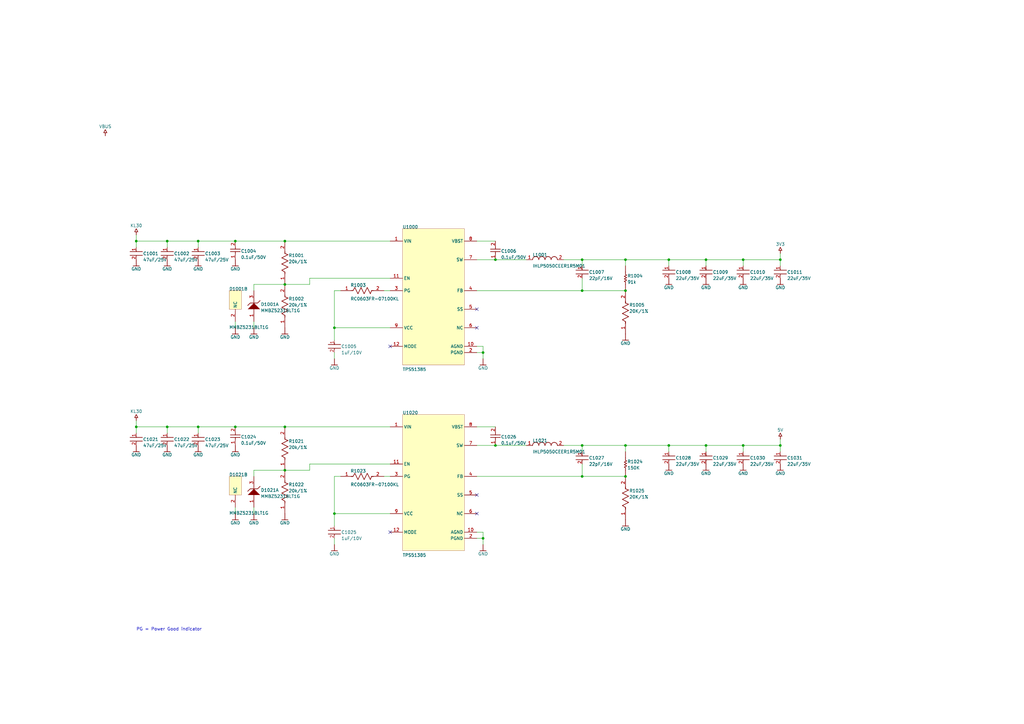
<source format=kicad_sch>
(kicad_sch (version 20231120) (generator "eeschema") (generator_version "8.0")
  (paper "A3")
  (junction (at 320.04 106.5022))
  (junction (at 256.54 182.7022))
  (junction (at 304.8 106.5022))
  (junction (at 116.84 98.8822))
  (junction (at 96.52 98.8822))
  (junction (at 81.28 175.0822))
  (junction (at 137.16 134.4422))
  (junction (at 198.12 220.8022))
  (junction (at 68.58 175.0822))
  (junction (at 289.56 182.7022))
  (junction (at 238.76 119.2022))
  (junction (at 203.2 106.5022))
  (junction (at 304.8 182.7022))
  (junction (at 256.54 195.4022))
  (junction (at 274.32 182.7022))
  (junction (at 198.12 144.6022))
  (junction (at 81.28 98.8822))
  (junction (at 274.32 106.5022))
  (junction (at 116.84 192.8622))
  (junction (at 256.54 119.2022))
  (junction (at 55.88 175.0822))
  (junction (at 289.56 106.5022))
  (junction (at 68.58 98.8822))
  (junction (at 203.2 182.7022))
  (junction (at 238.76 182.7022))
  (junction (at 116.84 116.6622))
  (junction (at 238.76 106.5022))
  (junction (at 116.84 175.0822))
  (junction (at 238.76 195.4022))
  (junction (at 96.52 175.0822))
  (junction (at 256.54 106.5022))
  (junction (at 320.04 182.7022))
  (junction (at 137.16 210.6422))
  (junction (at 55.88 98.8822))
  (no_connect (at 195.58 134.4422))
  (no_connect (at 195.58 210.6422))
  (no_connect (at 195.58 203.0222))
  (no_connect (at 160.02 218.2622))
  (no_connect (at 195.58 126.8222))
  (no_connect (at 160.02 142.0622))
  (wire (pts (xy 104.14 119.2022) (xy 104.14 116.6622)))
  (wire (pts (xy 68.58 175.0822) (xy 81.28 175.0822)))
  (wire (pts (xy 198.12 144.6022) (xy 198.12 142.0622)))
  (wire (pts (xy 81.28 177.6222) (xy 81.28 175.0822)))
  (wire (pts (xy 96.52 98.8822) (xy 116.84 98.8822)))
  (wire (pts (xy 137.16 223.3422) (xy 137.16 220.8022)))
  (wire (pts (xy 68.58 98.8822) (xy 81.28 98.8822)))
  (wire (pts (xy 231.14 106.5022) (xy 238.76 106.5022)))
  (wire (pts (xy 198.12 147.1422) (xy 198.12 144.6022)))
  (wire (pts (xy 55.88 96.3422) (xy 55.88 98.8822)))
  (wire (pts (xy 304.8 106.5022) (xy 320.04 106.5022)))
  (wire (pts (xy 127 192.8622) (xy 127 190.3222)))
  (wire (pts (xy 68.58 177.6222) (xy 68.58 175.0822)))
  (wire (pts (xy 238.76 114.1222) (xy 238.76 119.2022)))
  (wire (pts (xy 304.8 109.0422) (xy 304.8 106.5022)))
  (wire (pts (xy 157.48 195.4022) (xy 160.02 195.4022)))
  (wire (pts (xy 137.16 210.6422) (xy 137.16 195.4022)))
  (wire (pts (xy 127 116.6622) (xy 127 114.1222)))
  (wire (pts (xy 96.52 210.6422) (xy 96.52 208.1022)))
  (wire (pts (xy 238.76 119.2022) (xy 256.54 119.2022)))
  (wire (pts (xy 274.32 109.0422) (xy 274.32 106.5022)))
  (wire (pts (xy 198.12 218.2622) (xy 195.58 218.2622)))
  (wire (pts (xy 116.84 98.8822) (xy 160.02 98.8822)))
  (wire (pts (xy 137.16 139.5222) (xy 137.16 134.4422)))
  (wire (pts (xy 238.76 109.0422) (xy 238.76 106.5022)))
  (wire (pts (xy 137.16 119.2022) (xy 137.16 134.4422)))
  (wire (pts (xy 137.16 134.4422) (xy 160.02 134.4422)))
  (wire (pts (xy 215.9 106.5022) (xy 203.2 106.5022)))
  (wire (pts (xy 55.88 172.5422) (xy 55.88 175.0822)))
  (wire (pts (xy 137.16 147.1422) (xy 137.16 144.6022)))
  (wire (pts (xy 215.9 182.7022) (xy 203.2 182.7022)))
  (wire (pts (xy 116.84 175.0822) (xy 160.02 175.0822)))
  (wire (pts (xy 238.76 182.7022) (xy 256.54 182.7022)))
  (wire (pts (xy 104.14 195.4022) (xy 104.14 192.8622)))
  (wire (pts (xy 96.52 134.4422) (xy 96.52 131.9022)))
  (wire (pts (xy 289.56 109.0422) (xy 289.56 106.5022)))
  (wire (pts (xy 81.28 175.0822) (xy 96.52 175.0822)))
  (wire (pts (xy 195.58 220.8022) (xy 198.12 220.8022)))
  (wire (pts (xy 231.14 182.7022) (xy 238.76 182.7022)))
  (wire (pts (xy 274.32 182.7022) (xy 289.56 182.7022)))
  (wire (pts (xy 55.88 98.8822) (xy 68.58 98.8822)))
  (wire (pts (xy 256.54 106.5022) (xy 274.32 106.5022)))
  (wire (pts (xy 127 114.1222) (xy 160.02 114.1222)))
  (wire (pts (xy 195.58 195.4022) (xy 238.76 195.4022)))
  (wire (pts (xy 238.76 185.2422) (xy 238.76 182.7022)))
  (wire (pts (xy 320.04 109.0422) (xy 320.04 106.5022)))
  (wire (pts (xy 256.54 109.0422) (xy 256.54 106.5022)))
  (wire (pts (xy 104.14 192.8622) (xy 116.84 192.8622)))
  (wire (pts (xy 96.52 175.0822) (xy 116.84 175.0822)))
  (wire (pts (xy 68.58 101.4222) (xy 68.58 98.8822)))
  (wire (pts (xy 81.28 98.8822) (xy 96.52 98.8822)))
  (wire (pts (xy 55.88 175.0822) (xy 68.58 175.0822)))
  (wire (pts (xy 104.14 134.4422) (xy 104.14 131.9022)))
  (wire (pts (xy 320.04 182.7022) (xy 320.04 180.1622)))
  (wire (pts (xy 238.76 106.5022) (xy 256.54 106.5022)))
  (wire (pts (xy 195.58 175.0822) (xy 203.2 175.0822)))
  (wire (pts (xy 139.7 119.2022) (xy 137.16 119.2022)))
  (wire (pts (xy 127 190.3222) (xy 160.02 190.3222)))
  (wire (pts (xy 256.54 182.7022) (xy 274.32 182.7022)))
  (wire (pts (xy 137.16 210.6422) (xy 160.02 210.6422)))
  (wire (pts (xy 195.58 98.8822) (xy 203.2 98.8822)))
  (wire (pts (xy 104.14 210.6422) (xy 104.14 208.1022)))
  (wire (pts (xy 304.8 182.7022) (xy 320.04 182.7022)))
  (wire (pts (xy 274.32 185.2422) (xy 274.32 182.7022)))
  (wire (pts (xy 289.56 185.2422) (xy 289.56 182.7022)))
  (wire (pts (xy 289.56 182.7022) (xy 304.8 182.7022)))
  (wire (pts (xy 116.84 192.8622) (xy 127 192.8622)))
  (wire (pts (xy 137.16 195.4022) (xy 139.7 195.4022)))
  (wire (pts (xy 198.12 223.3422) (xy 198.12 220.8022)))
  (wire (pts (xy 137.16 215.7222) (xy 137.16 210.6422)))
  (wire (pts (xy 55.88 177.6222) (xy 55.88 175.0822)))
  (wire (pts (xy 104.14 116.6622) (xy 116.84 116.6622)))
  (wire (pts (xy 289.56 106.5022) (xy 304.8 106.5022)))
  (wire (pts (xy 238.76 195.4022) (xy 256.54 195.4022)))
  (wire (pts (xy 81.28 101.4222) (xy 81.28 98.8822)))
  (wire (pts (xy 55.88 101.4222) (xy 55.88 98.8822)))
  (wire (pts (xy 195.58 119.2022) (xy 238.76 119.2022)))
  (wire (pts (xy 256.54 185.2422) (xy 256.54 182.7022)))
  (wire (pts (xy 160.02 119.2022) (xy 157.48 119.2022)))
  (wire (pts (xy 195.58 144.6022) (xy 198.12 144.6022)))
  (wire (pts (xy 203.2 106.5022) (xy 195.58 106.5022)))
  (wire (pts (xy 304.8 185.2422) (xy 304.8 182.7022)))
  (wire (pts (xy 198.12 220.8022) (xy 198.12 218.2622)))
  (wire (pts (xy 203.2 182.7022) (xy 195.58 182.7022)))
  (wire (pts (xy 274.32 106.5022) (xy 289.56 106.5022)))
  (wire (pts (xy 238.76 190.3222) (xy 238.76 195.4022)))
  (wire (pts (xy 116.84 116.6622) (xy 127 116.6622)))
  (wire (pts (xy 320.04 106.5022) (xy 320.04 103.9622)))
  (wire (pts (xy 198.12 142.0622) (xy 195.58 142.0622)))
  (wire (pts (xy 320.04 185.2422) (xy 320.04 182.7022)))
  (text "PG = Power Good indicator" (at 55.88 258.9022 0) (effects (font (size 1.27 1.27)) (justify left bottom)))
  (symbol (lib_id "Lada_Speedometer-altium-import:GND_BAR") (at 137.16 147.1422 0) (unit 1)
    (property "Reference" "#PWR?" (effects (hide yes)))
    (property "Value" "GND" (at 137.16 150.9522 0))
  )
  (symbol (lib_id "Lada_Speedometer-altium-import:GND_BAR") (at 304.8 190.3222 0) (unit 1)
    (property "Reference" "#PWR?" (effects (hide yes)))
    (property "Value" "GND" (at 304.8 194.1322 0))
  )
  (symbol (lib_id "Lada_Speedometer-altium-import:GND_BAR") (at 81.28 182.7022 0) (unit 1)
    (property "Reference" "#PWR?" (effects (hide yes)))
    (property "Value" "GND" (at 81.28 186.5122 0))
  )
  (symbol (lib_id "Lada_Speedometer-altium-import:GND_BAR") (at 274.32 114.1222 0) (unit 1)
    (property "Reference" "#PWR?" (effects (hide yes)))
    (property "Value" "GND" (at 274.32 117.9322 0))
  )
  (symbol (lib_id "Lada_Speedometer-altium-import:GND_BAR") (at 198.12 223.3422 0) (unit 1)
    (property "Reference" "#PWR?" (effects (hide yes)))
    (property "Value" "GND" (at 198.12 227.1522 0))
  )
  (symbol (lib_id "Lada_Speedometer-altium-import:Designator_0_11868f565c42a9108669ba33697ecf6") (at 304.8 185.2422 0) (unit 1)
    (property "Reference" "C1030" (at 307.594 188.5442 0) (effects (justify left bottom)))
    (property "Value" "22uF/35V" (at 307.594 191.0842 0) (effects (justify left bottom)))
    (property "Footprint" "FP-C3216-160-0_2-IPC_B" (effects (hide yes)))
    (property "Description" "Multilayer Ceramic Capacitors 22uF ±20% 35V X5R SMD 1206\r\nC3216X5R1V226M160AC" (effects (hide yes)))
    (property "MOUNT" "Surface Mount" (effects (hide yes)))
    (property "VOLTAGE RATING" "35V" (effects (hide yes)))
    (property "LENGTH" "3.2mm" (effects (hide yes)))
    (property "CASE/PACKAGE" "1206" (effects (hide yes)))
    (property "WIDTH" "0.063inch" (effects (hide yes)))
    (property "DIELECTRIC MATERIAL" "Ceramic" (effects (hide yes)))
    (property "SERIES" "C" (effects (hide yes)))
    (property "VOLTAGE RATING (DC)" "35V" (effects (hide yes)))
    (property "CONSTRUCTION" "Flat" (effects (hide yes)))
    (property "TOLERANCE" "20%" (effects (hide yes)))
    (property "DIELECTRIC" "X5R" (effects (hide yes)))
    (property "VOLTAGE" "35V" (effects (hide yes)))
    (property "MIN OPERATING TEMPERATURE" "-55°C" (effects (hide yes)))
    (property "CASE CODE (METRIC)" "3216" (effects (hide yes)))
    (property "TERMINATION" "SMD/SMT" (effects (hide yes)))
    (property "CAPACITANCE" "22uF" (effects (hide yes)))
    (property "RESISTOR TYPE" "Ceramic" (effects (hide yes)))
    (property "ROHS COMPLIANT" "Yes" (effects (hide yes)))
    (property "HEIGHT" "1.6mm" (effects (hide yes)))
    (property "DEPTH" "1.6mm" (effects (hide yes)))
    (property "RADIATION HARDENING" "No" (effects (hide yes)))
    (property "PACKAGE QUANTITY" "2000" (effects (hide yes)))
    (property "REACH SVHC" "No SVHC" (effects (hide yes)))
    (property "CASE CODE (IMPERIAL)" "1206" (effects (hide yes)))
    (property "WEIGHT" "0.000571oz" (effects (hide yes)))
    (property "MAX OPERATING TEMPERATURE" "85°C" (effects (hide yes)))
    (property "PACKAGING" "Tape and Reel" (effects (hide yes)))
    (property "THICKNESS" "1.6mm" (effects (hide yes)))
    (property "LEAD FREE" "Lead Free" (effects (hide yes)))
  )
  (symbol (lib_id "Lada_Speedometer-altium-import:Designator_1_CAP-NP-2") (at 203.2 106.5022 0) (unit 1)
    (property "Reference" "C1006" (at 205.486 103.7082 0) (effects (justify left bottom)))
    (property "Value" "0.1uF/50V" (at 205.486 106.2482 0) (effects (justify left bottom)))
    (property "Footprint" "CAPC2013X135X45ML10T25" (effects (hide yes)))
    (property "Description" "Chip Capacitor, 0.1 uF, +/- 10%, 50 V, -55 to 125 degC, 0805 (2012 Metric), RoHS, Tape and Reel\r\nGRM21BR71H104KA01L" (effects (hide yes)))
    (property "PACKAGE DESCRIPTION" "2-Pin Surface Mount Device, Body 2 x 1.25 mm" (effects (hide yes)))
    (property "MANUFACTURER URL" "http://www.murata.com/" (effects (hide yes)))
    (property "CASE CODE (IMPERIAL)" "0805" (effects (hide yes)))
    (property "VOLTAGE" "50V" (effects (hide yes)))
    (property "CAPACITANCE" "100nF" (effects (hide yes)))
    (property "DATASHEET URL" "http://psearch.en.murata.com/capacitor/product/GRM21BR71H104KA01%23.pdf" (effects (hide yes)))
    (property "TERMINATION" "SMD/SMT" (effects (hide yes)))
    (property "LEAD FREE" "LeadFree" (effects (hide yes)))
    (property "PACKAGE QUANTITY" "1" (effects (hide yes)))
    (property "MOUNT" "SurfaceMount" (effects (hide yes)))
    (property "INSULATION RESISTANCE" "10GR" (effects (hide yes)))
    (property "REACH SVHC" "Unknown" (effects (hide yes)))
    (property "THICKNESS" "0.053inch" (effects (hide yes)))
    (property "HEIGHT" "1.25mm" (effects (hide yes)))
    (property "CASE/PACKAGE" "0805" (effects (hide yes)))
    (property "VOLTAGE RATING" "50V" (effects (hide yes)))
    (property "DIELECTRIC MATERIAL" "Ceramic" (effects (hide yes)))
    (property "WIDTH" "0.049inch" (effects (hide yes)))
    (property "CASE CODE (METRIC)" "2012" (effects (hide yes)))
    (property "MATERIAL" "Ceramic" (effects (hide yes)))
    (property "MIN OPERATING TEMPERATURE" "-55degC" (effects (hide yes)))
    (property "ROHSCOMPLIANT" "true" (effects (hide yes)))
    (property "DATASHEET VERSION" "42675.0" (effects (hide yes)))
    (property "VOLTAGE RATING (DC)" "50V" (effects (hide yes)))
    (property "TOLERANCE" "10%" (effects (hide yes)))
    (property "DIELECTRIC" "X7R" (effects (hide yes)))
    (property "PACKAGE REFERENCE" "0805" (effects (hide yes)))
    (property "DEPTH" "1.25mm" (effects (hide yes)))
    (property "LENGTH" "2mm" (effects (hide yes)))
    (property "MAX OPERATING TEMPERATURE" "125degC" (effects (hide yes)))
    (property "PACKAGING" "TapeandReel" (effects (hide yes)))
    (property "NUMBER OF PINS" "2" (effects (hide yes)))
    (property "MANUFACTURER" "Murata" (effects (hide yes)))
    (property "RADIATION HARDENING" "No" (effects (hide yes)))
  )
  (symbol (lib_id "Lada_Speedometer-altium-import:GND_BAR") (at 81.28 106.5022 0) (unit 1)
    (property "Reference" "#PWR?" (effects (hide yes)))
    (property "Value" "GND" (at 81.28 110.3122 0))
  )
  (symbol (lib_id "Lada_Speedometer-altium-import:Designator_0_TPS51386") (at 165.1 98.8822 0) (unit 1)
    (property "Reference" "U1000" (at 165.1 93.8022 0) (effects (justify left bottom)))
    (property "Value" "TPS51385" (at 165.1 152.2222 0) (effects (justify left bottom)))
    (property "Footprint" "TPS51386" (effects (hide yes)))
    (property "Description" "8A Synchronous Buck Converter - TPS51386" (effects (hide yes)))
  )
  (symbol (lib_id "Lada_Speedometer-altium-import:Designator_0_02cd4be3c70576c341d710602a673aa") (at 137.16 215.7222 0) (unit 1)
    (property "Reference" "C1025" (at 139.954 219.0242 0) (effects (justify left bottom)))
    (property "Value" "1uF/10V" (at 139.954 221.5642 0) (effects (justify left bottom)))
    (property "Footprint" "FP-C0603-CG-MFG" (effects (hide yes)))
    (property "Description" "CAP CER 1UF 10V Y5V 0603\r\nC0603C105Z8VACTU" (effects (hide yes)))
    (property "CASE/PACKAGE" "0603" (effects (hide yes)))
    (property "WIDTH" "0.8mm" (effects (hide yes)))
    (property "RADIATION HARDENING" "No" (effects (hide yes)))
    (property "LEAD PITCH" "0.7mm" (effects (hide yes)))
    (property "TERMINATION" "SMD/SMT" (effects (hide yes)))
    (property "MIN OPERATING TEMPERATURE" "-30°C" (effects (hide yes)))
    (property "DIELECTRIC MATERIAL" "Ceramic" (effects (hide yes)))
    (property "VOLTAGE RATING (DC)" "10V" (effects (hide yes)))
    (property "LENGTH" "1.6mm" (effects (hide yes)))
    (property "PACKAGING" "Tape and Reel" (effects (hide yes)))
    (property "MOUNT" "Surface Mount" (effects (hide yes)))
    (property "REACH SVHC" "No SVHC" (effects (hide yes)))
    (property "SERIES" "C" (effects (hide yes)))
    (property "TOLERANCE" "80%" (effects (hide yes)))
    (property "CASE CODE (IMPERIAL)" "0603" (effects (hide yes)))
    (property "PACKAGE QUANTITY" "1" (effects (hide yes)))
    (property "THICKNESS" "0.035inch" (effects (hide yes)))
    (property "CAPACITANCE" "1uF" (effects (hide yes)))
    (property "HEIGHT" "0.8mm" (effects (hide yes)))
    (property "DIELECTRIC" "Y5V" (effects (hide yes)))
    (property "DISSIPATION FACTOR" "10%" (effects (hide yes)))
    (property "CONSTRUCTION" "Flat" (effects (hide yes)))
    (property "LEAD FREE" "Lead Free" (effects (hide yes)))
    (property "CASE CODE (METRIC)" "1608" (effects (hide yes)))
    (property "MAX OPERATING TEMPERATURE" "85°C" (effects (hide yes)))
    (property "VOLTAGE RATING" "10V" (effects (hide yes)))
    (property "DEPTH" "0.8mm" (effects (hide yes)))
    (property "ROHS COMPLIANT" "Yes" (effects (hide yes)))
  )
  (symbol (lib_id "Lada_Speedometer-altium-import:Designator_3_ONSC-A1K3-3") (at 99.06 119.2022 0) (unit 2)
    (property "Reference" "D1001" (at 93.98 119.2022 0) (effects (justify left bottom)))
    (property "Value" "MMBZ5231BLT1G" (at 93.98 134.9502 0) (effects (justify left bottom)))
    (property "Footprint" "ONSC-SOT-23-3-318-08_V" (effects (hide yes)))
    (property "Description" "Zener Voltage Regulator, 225 mW, 3-Pin SOT-23, Pb-Free, Tape and Reel" (effects (hide yes)))
    (property "PACKING" "Tape and Reel" (effects (hide yes)))
    (property "VZ TYP (V)" "5.1" (effects (hide yes)))
    (property "MANUFACTURER" "On Semiconductor" (effects (hide yes)))
    (property "COMPONENTLINK1DESCRIPTION" "Manufacturer URL" (effects (hide yes)))
    (property "PARTNUMBER" "MMBZ5231BLT1G" (effects (hide yes)))
    (property "PACKAGEREFERENCE" "SOT-23-3-318-08" (effects (hide yes)))
    (property "COMPONENTLINK1URL" "http://www.onsemi.com/" (effects (hide yes)))
    (property "COMPONENTLINK3URL" "http://www.onsemi.cn/pub_link/Collateral/318-08.PDF" (effects (hide yes)))
    (property "MOUNTING TECHNOLOGY" "Surface Mount" (effects (hide yes)))
    (property "COMPONENTLINK2DESCRIPTION" "Datasheet" (effects (hide yes)))
    (property "DATASHEETVERSION" "Rev. 12" (effects (hide yes)))
    (property "COMPONENTLINK3DESCRIPTION" "Package Specification" (effects (hide yes)))
    (property "PACKAGEVERSION" "Rev. AP, 11/2009" (effects (hide yes)))
    (property "COMPONENTLINK2URL" "http://www.onsemi.cn/pub_link/Collateral/MMBZ5221BLT1-D.PDF" (effects (hide yes)))
    (property "ROHS" "Pb-Free" (effects (hide yes)))
    (property "PACKAGEDESCRIPTION" "3-Pin Small Outline Transistor, Body 2.92 x 1.3 mm, Pitch 0.95 mm" (effects (hide yes)))
  )
  (symbol (lib_id "Lada_Speedometer-altium-import:Designator_0_02cd4be3c70576c341d710602a673aa") (at 137.16 139.5222 0) (unit 1)
    (property "Reference" "C1005" (at 139.954 142.8242 0) (effects (justify left bottom)))
    (property "Value" "1uF/10V" (at 139.954 145.3642 0) (effects (justify left bottom)))
    (property "Footprint" "FP-C0603-CG-MFG" (effects (hide yes)))
    (property "Description" "CAP CER 1UF 10V Y5V 0603\r\nC0603C105Z8VACTU" (effects (hide yes)))
    (property "CASE/PACKAGE" "0603" (effects (hide yes)))
    (property "WIDTH" "0.8mm" (effects (hide yes)))
    (property "RADIATION HARDENING" "No" (effects (hide yes)))
    (property "LEAD PITCH" "0.7mm" (effects (hide yes)))
    (property "TERMINATION" "SMD/SMT" (effects (hide yes)))
    (property "MIN OPERATING TEMPERATURE" "-30°C" (effects (hide yes)))
    (property "DIELECTRIC MATERIAL" "Ceramic" (effects (hide yes)))
    (property "VOLTAGE RATING (DC)" "10V" (effects (hide yes)))
    (property "LENGTH" "1.6mm" (effects (hide yes)))
    (property "PACKAGING" "Tape and Reel" (effects (hide yes)))
    (property "MOUNT" "Surface Mount" (effects (hide yes)))
    (property "REACH SVHC" "No SVHC" (effects (hide yes)))
    (property "SERIES" "C" (effects (hide yes)))
    (property "TOLERANCE" "80%" (effects (hide yes)))
    (property "CASE CODE (IMPERIAL)" "0603" (effects (hide yes)))
    (property "PACKAGE QUANTITY" "1" (effects (hide yes)))
    (property "THICKNESS" "0.035inch" (effects (hide yes)))
    (property "CAPACITANCE" "1uF" (effects (hide yes)))
    (property "HEIGHT" "0.8mm" (effects (hide yes)))
    (property "DIELECTRIC" "Y5V" (effects (hide yes)))
    (property "DISSIPATION FACTOR" "10%" (effects (hide yes)))
    (property "CONSTRUCTION" "Flat" (effects (hide yes)))
    (property "LEAD FREE" "Lead Free" (effects (hide yes)))
    (property "CASE CODE (METRIC)" "1608" (effects (hide yes)))
    (property "MAX OPERATING TEMPERATURE" "85°C" (effects (hide yes)))
    (property "VOLTAGE RATING" "10V" (effects (hide yes)))
    (property "DEPTH" "0.8mm" (effects (hide yes)))
    (property "ROHS COMPLIANT" "Yes" (effects (hide yes)))
  )
  (symbol (lib_id "Lada_Speedometer-altium-import:Designator_0_11868f565c42a9108669ba33697ecf6") (at 68.58 177.6222 0) (unit 1)
    (property "Reference" "C1022" (at 71.374 180.9242 0) (effects (justify left bottom)))
    (property "Value" "47uF/25V" (at 71.374 183.4642 0) (effects (justify left bottom)))
    (property "Footprint" "FP-C3216-160-0_2-MFG" (effects (hide yes)))
    (property "Description" "Multilayer Ceramic Capacitors 47uF ±20% 25V X5R SMD 1206\r\nC3216X5R1E476M160AC" (effects (hide yes)))
    (property "WEIGHT" "0.000571oz" (effects (hide yes)))
    (property "DIELECTRIC" "X5R" (effects (hide yes)))
    (property "LENGTH" "0.126inch" (effects (hide yes)))
    (property "VOLTAGE RATING" "25V" (effects (hide yes)))
    (property "CASE/PACKAGE" "1206" (effects (hide yes)))
    (property "DIELECTRIC MATERIAL" "Ceramic" (effects (hide yes)))
    (property "MIN OPERATING TEMPERATURE" "-55°C" (effects (hide yes)))
    (property "LEAD FREE" "Lead Free" (effects (hide yes)))
    (property "PACKAGING" "Tape and Reel" (effects (hide yes)))
    (property "PACKAGE QUANTITY" "1" (effects (hide yes)))
    (property "MOUNT" "Surface Mount" (effects (hide yes)))
    (property "DEPTH" "1.6mm" (effects (hide yes)))
    (property "REACH SVHC" "No SVHC" (effects (hide yes)))
    (property "TERMINATION" "SMD/SMT" (effects (hide yes)))
    (property "CASE CODE (IMPERIAL)" "1206" (effects (hide yes)))
    (property "SERIES" "C" (effects (hide yes)))
    (property "RESISTOR TYPE" "Ceramic" (effects (hide yes)))
    (property "VOLTAGE" "25V" (effects (hide yes)))
    (property "WIDTH" "0.063inch" (effects (hide yes)))
    (property "HEIGHT" "1.6mm" (effects (hide yes)))
    (property "TOLERANCE" "20%" (effects (hide yes)))
    (property "CAPACITANCE" "47uF" (effects (hide yes)))
    (property "MAX OPERATING TEMPERATURE" "85°C" (effects (hide yes)))
    (property "VOLTAGE RATING (DC)" "25V" (effects (hide yes)))
    (property "ROHS COMPLIANT" "Yes" (effects (hide yes)))
    (property "THICKNESS" "0.071inch" (effects (hide yes)))
    (property "CASE CODE (METRIC)" "3216" (effects (hide yes)))
  )
  (symbol (lib_id "Lada_Speedometer-altium-import:GND_BAR") (at 116.84 210.6422 0) (unit 1)
    (property "Reference" "#PWR?" (effects (hide yes)))
    (property "Value" "GND" (at 116.84 214.4522 0))
  )
  (symbol (lib_id "Lada_Speedometer-altium-import:Designator_0_11868f565c42a9108669ba33697ecf6") (at 274.32 185.2422 0) (unit 1)
    (property "Reference" "C1028" (at 277.114 188.5442 0) (effects (justify left bottom)))
    (property "Value" "22uF/35V" (at 277.114 191.0842 0) (effects (justify left bottom)))
    (property "Footprint" "FP-C3216-160-0_2-IPC_B" (effects (hide yes)))
    (property "Description" "Multilayer Ceramic Capacitors 22uF ±20% 35V X5R SMD 1206\r\nC3216X5R1V226M160AC" (effects (hide yes)))
    (property "MOUNT" "Surface Mount" (effects (hide yes)))
    (property "VOLTAGE RATING" "35V" (effects (hide yes)))
    (property "LENGTH" "3.2mm" (effects (hide yes)))
    (property "CASE/PACKAGE" "1206" (effects (hide yes)))
    (property "WIDTH" "0.063inch" (effects (hide yes)))
    (property "DIELECTRIC MATERIAL" "Ceramic" (effects (hide yes)))
    (property "SERIES" "C" (effects (hide yes)))
    (property "VOLTAGE RATING (DC)" "35V" (effects (hide yes)))
    (property "CONSTRUCTION" "Flat" (effects (hide yes)))
    (property "TOLERANCE" "20%" (effects (hide yes)))
    (property "DIELECTRIC" "X5R" (effects (hide yes)))
    (property "VOLTAGE" "35V" (effects (hide yes)))
    (property "MIN OPERATING TEMPERATURE" "-55°C" (effects (hide yes)))
    (property "CASE CODE (METRIC)" "3216" (effects (hide yes)))
    (property "TERMINATION" "SMD/SMT" (effects (hide yes)))
    (property "CAPACITANCE" "22uF" (effects (hide yes)))
    (property "RESISTOR TYPE" "Ceramic" (effects (hide yes)))
    (property "ROHS COMPLIANT" "Yes" (effects (hide yes)))
    (property "HEIGHT" "1.6mm" (effects (hide yes)))
    (property "DEPTH" "1.6mm" (effects (hide yes)))
    (property "RADIATION HARDENING" "No" (effects (hide yes)))
    (property "PACKAGE QUANTITY" "2000" (effects (hide yes)))
    (property "REACH SVHC" "No SVHC" (effects (hide yes)))
    (property "CASE CODE (IMPERIAL)" "1206" (effects (hide yes)))
    (property "WEIGHT" "0.000571oz" (effects (hide yes)))
    (property "MAX OPERATING TEMPERATURE" "85°C" (effects (hide yes)))
    (property "PACKAGING" "Tape and Reel" (effects (hide yes)))
    (property "THICKNESS" "1.6mm" (effects (hide yes)))
    (property "LEAD FREE" "Lead Free" (effects (hide yes)))
  )
  (symbol (lib_id "Lada_Speedometer-altium-import:GND_BAR") (at 96.52 182.7022 0) (unit 1)
    (property "Reference" "#PWR?" (effects (hide yes)))
    (property "Value" "GND" (at 96.52 186.5122 0))
  )
  (symbol (lib_id "Lada_Speedometer-altium-import:VBUS_ARROW") (at 43.18 55.7022 180) (unit 1)
    (property "Reference" "#PWR?" (effects (hide yes)))
    (property "Value" "VBUS" (at 43.18 51.8922 0))
  )
  (symbol (lib_id "Lada_Speedometer-altium-import:Designator_0_IHLP5050CEER1R5M01") (at 215.9 182.7022 0) (unit 1)
    (property "Reference" "L1021" (at 218.44 181.4322 0) (effects (justify left bottom)))
    (property "Value" "IHLP5050CEER1R5M01" (at 218.44 186.0042 0) (effects (justify left bottom)))
    (property "Footprint" "IHLP5050CEER1R5M01" (effects (hide yes)))
    (property "Description" "Chip Inductor, 1.5 uH, +/- 20%\r\nIHLP5050CEER1R5M01" (effects (hide yes)))
  )
  (symbol (lib_id "Lada_Speedometer-altium-import:GND_BAR") (at 256.54 213.1822 0) (unit 1)
    (property "Reference" "#PWR?" (effects (hide yes)))
    (property "Value" "GND" (at 256.54 216.9922 0))
  )
  (symbol (lib_id "Lada_Speedometer-altium-import:Designator_1_CAP-NP-2") (at 203.2 182.7022 0) (unit 1)
    (property "Reference" "C1026" (at 205.486 179.9082 0) (effects (justify left bottom)))
    (property "Value" "0.1uF/50V" (at 205.486 182.4482 0) (effects (justify left bottom)))
    (property "Footprint" "CAPC2013X135X45ML10T25" (effects (hide yes)))
    (property "Description" "Chip Capacitor, 0.1 uF, +/- 10%, 50 V, -55 to 125 degC, 0805 (2012 Metric), RoHS, Tape and Reel\r\nGRM21BR71H104KA01L" (effects (hide yes)))
    (property "PACKAGE DESCRIPTION" "2-Pin Surface Mount Device, Body 2 x 1.25 mm" (effects (hide yes)))
    (property "MANUFACTURER URL" "http://www.murata.com/" (effects (hide yes)))
    (property "CASE CODE (IMPERIAL)" "0805" (effects (hide yes)))
    (property "VOLTAGE" "50V" (effects (hide yes)))
    (property "CAPACITANCE" "100nF" (effects (hide yes)))
    (property "DATASHEET URL" "http://psearch.en.murata.com/capacitor/product/GRM21BR71H104KA01%23.pdf" (effects (hide yes)))
    (property "TERMINATION" "SMD/SMT" (effects (hide yes)))
    (property "LEAD FREE" "LeadFree" (effects (hide yes)))
    (property "PACKAGE QUANTITY" "1" (effects (hide yes)))
    (property "MOUNT" "SurfaceMount" (effects (hide yes)))
    (property "INSULATION RESISTANCE" "10GR" (effects (hide yes)))
    (property "REACH SVHC" "Unknown" (effects (hide yes)))
    (property "THICKNESS" "0.053inch" (effects (hide yes)))
    (property "HEIGHT" "1.25mm" (effects (hide yes)))
    (property "CASE/PACKAGE" "0805" (effects (hide yes)))
    (property "VOLTAGE RATING" "50V" (effects (hide yes)))
    (property "DIELECTRIC MATERIAL" "Ceramic" (effects (hide yes)))
    (property "WIDTH" "0.049inch" (effects (hide yes)))
    (property "CASE CODE (METRIC)" "2012" (effects (hide yes)))
    (property "MATERIAL" "Ceramic" (effects (hide yes)))
    (property "MIN OPERATING TEMPERATURE" "-55degC" (effects (hide yes)))
    (property "ROHSCOMPLIANT" "true" (effects (hide yes)))
    (property "DATASHEET VERSION" "42675.0" (effects (hide yes)))
    (property "VOLTAGE RATING (DC)" "50V" (effects (hide yes)))
    (property "TOLERANCE" "10%" (effects (hide yes)))
    (property "DIELECTRIC" "X7R" (effects (hide yes)))
    (property "PACKAGE REFERENCE" "0805" (effects (hide yes)))
    (property "DEPTH" "1.25mm" (effects (hide yes)))
    (property "LENGTH" "2mm" (effects (hide yes)))
    (property "MAX OPERATING TEMPERATURE" "125degC" (effects (hide yes)))
    (property "PACKAGING" "TapeandReel" (effects (hide yes)))
    (property "NUMBER OF PINS" "2" (effects (hide yes)))
    (property "MANUFACTURER" "Murata" (effects (hide yes)))
    (property "RADIATION HARDENING" "No" (effects (hide yes)))
  )
  (symbol (lib_id "Lada_Speedometer-altium-import:Designator_0_11868f565c42a9108669ba33697ecf6") (at 55.88 177.6222 0) (unit 1)
    (property "Reference" "C1021" (at 58.674 180.9242 0) (effects (justify left bottom)))
    (property "Value" "47uF/25V" (at 58.674 183.4642 0) (effects (justify left bottom)))
    (property "Footprint" "FP-C3216-160-0_2-MFG" (effects (hide yes)))
    (property "Description" "Multilayer Ceramic Capacitors 47uF ±20% 25V X5R SMD 1206\r\nC3216X5R1E476M160AC" (effects (hide yes)))
    (property "WEIGHT" "0.000571oz" (effects (hide yes)))
    (property "DIELECTRIC" "X5R" (effects (hide yes)))
    (property "LENGTH" "0.126inch" (effects (hide yes)))
    (property "VOLTAGE RATING" "25V" (effects (hide yes)))
    (property "CASE/PACKAGE" "1206" (effects (hide yes)))
    (property "DIELECTRIC MATERIAL" "Ceramic" (effects (hide yes)))
    (property "MIN OPERATING TEMPERATURE" "-55°C" (effects (hide yes)))
    (property "LEAD FREE" "Lead Free" (effects (hide yes)))
    (property "PACKAGING" "Tape and Reel" (effects (hide yes)))
    (property "PACKAGE QUANTITY" "1" (effects (hide yes)))
    (property "MOUNT" "Surface Mount" (effects (hide yes)))
    (property "DEPTH" "1.6mm" (effects (hide yes)))
    (property "REACH SVHC" "No SVHC" (effects (hide yes)))
    (property "TERMINATION" "SMD/SMT" (effects (hide yes)))
    (property "CASE CODE (IMPERIAL)" "1206" (effects (hide yes)))
    (property "SERIES" "C" (effects (hide yes)))
    (property "RESISTOR TYPE" "Ceramic" (effects (hide yes)))
    (property "VOLTAGE" "25V" (effects (hide yes)))
    (property "WIDTH" "0.063inch" (effects (hide yes)))
    (property "HEIGHT" "1.6mm" (effects (hide yes)))
    (property "TOLERANCE" "20%" (effects (hide yes)))
    (property "CAPACITANCE" "47uF" (effects (hide yes)))
    (property "MAX OPERATING TEMPERATURE" "85°C" (effects (hide yes)))
    (property "VOLTAGE RATING (DC)" "25V" (effects (hide yes)))
    (property "ROHS COMPLIANT" "Yes" (effects (hide yes)))
    (property "THICKNESS" "0.071inch" (effects (hide yes)))
    (property "CASE CODE (METRIC)" "3216" (effects (hide yes)))
  )
  (symbol (lib_id "Lada_Speedometer-altium-import:Designator_0_11868f565c42a9108669ba33697ecf6") (at 304.8 109.0422 0) (unit 1)
    (property "Reference" "C1010" (at 307.594 112.3442 0) (effects (justify left bottom)))
    (property "Value" "22uF/35V" (at 307.594 114.8842 0) (effects (justify left bottom)))
    (property "Footprint" "FP-C3216-160-0_2-IPC_B" (effects (hide yes)))
    (property "Description" "Multilayer Ceramic Capacitors 22uF ±20% 35V X5R SMD 1206\r\nC3216X5R1V226M160AC" (effects (hide yes)))
    (property "MOUNT" "Surface Mount" (effects (hide yes)))
    (property "VOLTAGE RATING" "35V" (effects (hide yes)))
    (property "LENGTH" "3.2mm" (effects (hide yes)))
    (property "CASE/PACKAGE" "1206" (effects (hide yes)))
    (property "WIDTH" "0.063inch" (effects (hide yes)))
    (property "DIELECTRIC MATERIAL" "Ceramic" (effects (hide yes)))
    (property "SERIES" "C" (effects (hide yes)))
    (property "VOLTAGE RATING (DC)" "35V" (effects (hide yes)))
    (property "CONSTRUCTION" "Flat" (effects (hide yes)))
    (property "TOLERANCE" "20%" (effects (hide yes)))
    (property "DIELECTRIC" "X5R" (effects (hide yes)))
    (property "VOLTAGE" "35V" (effects (hide yes)))
    (property "MIN OPERATING TEMPERATURE" "-55°C" (effects (hide yes)))
    (property "CASE CODE (METRIC)" "3216" (effects (hide yes)))
    (property "TERMINATION" "SMD/SMT" (effects (hide yes)))
    (property "CAPACITANCE" "22uF" (effects (hide yes)))
    (property "RESISTOR TYPE" "Ceramic" (effects (hide yes)))
    (property "ROHS COMPLIANT" "Yes" (effects (hide yes)))
    (property "HEIGHT" "1.6mm" (effects (hide yes)))
    (property "DEPTH" "1.6mm" (effects (hide yes)))
    (property "RADIATION HARDENING" "No" (effects (hide yes)))
    (property "PACKAGE QUANTITY" "2000" (effects (hide yes)))
    (property "REACH SVHC" "No SVHC" (effects (hide yes)))
    (property "CASE CODE (IMPERIAL)" "1206" (effects (hide yes)))
    (property "WEIGHT" "0.000571oz" (effects (hide yes)))
    (property "MAX OPERATING TEMPERATURE" "85°C" (effects (hide yes)))
    (property "PACKAGING" "Tape and Reel" (effects (hide yes)))
    (property "THICKNESS" "1.6mm" (effects (hide yes)))
    (property "LEAD FREE" "Lead Free" (effects (hide yes)))
  )
  (symbol (lib_id "Lada_Speedometer-altium-import:Designator_1_1029c3af85768c4190bb7ad29bc67b5") (at 116.84 134.4422 0) (unit 1)
    (property "Reference" "R1002" (at 118.364 123.2662 0) (effects (justify left bottom)))
    (property "Value" "20k/1%" (at 118.364 125.8062 0) (effects (justify left bottom)))
    (property "Footprint" "FP-RC0603-0_55-IPC_C" (effects (hide yes)))
    (property "Description" "RES 20K OHM 1% 1/10W 0603\r\nRC0603FR-0720KL" (effects (hide yes)))
    (property "VOLTAGE RATING" "50V" (effects (hide yes)))
    (property "HEIGHT" "0.022inch" (effects (hide yes)))
    (property "REACH SVHC" "No SVHC" (effects (hide yes)))
    (property "CASE CODE (METRIC)" "1608" (effects (hide yes)))
    (property "DEPTH" "0.8mm" (effects (hide yes)))
    (property "TOLERANCE" "1%" (effects (hide yes)))
    (property "MIN OPERATING TEMPERATURE" "-55°C" (effects (hide yes)))
    (property "TEMPERATURE COEFFICIENT" "100ppm/°C" (effects (hide yes)))
    (property "SERIES" "RC" (effects (hide yes)))
    (property "POWER RATING" "100mW" (effects (hide yes)))
    (property "ROHS COMPLIANT" "Yes" (effects (hide yes)))
    (property "RESISTOR TYPE" "Thick Film" (effects (hide yes)))
    (property "MAX POWER DISSIPATION" "100mW" (effects (hide yes)))
    (property "FEATURES" "Moisture Resistant" (effects (hide yes)))
    (property "MAX OPERATING TEMPERATURE" "155°C" (effects (hide yes)))
    (property "PACKAGE QUANTITY" "1" (effects (hide yes)))
    (property "SIZE CODE" "0603" (effects (hide yes)))
    (property "PACKAGING" "Tape and Reel" (effects (hide yes)))
    (property "WIDTH" "0.031inch" (effects (hide yes)))
    (property "LENGTH" "0.063inch" (effects (hide yes)))
    (property "MILITARY STANDARD" "Not" (effects (hide yes)))
    (property "TECHNOLOGY" "THICK FILM" (effects (hide yes)))
    (property "NUMBER OF TERMINATIONS" "2" (effects (hide yes)))
    (property "TERMINATION" "SMD/SMT" (effects (hide yes)))
    (property "RESISTANCE" "20kR" (effects (hide yes)))
    (property "CONSTRUCTION" "Rectangular" (effects (hide yes)))
    (property "CASE/PACKAGE" "0603" (effects (hide yes)))
    (property "NUMBER OF PINS" "2" (effects (hide yes)))
    (property "LEAD FREE" "Lead Free" (effects (hide yes)))
    (property "VOLTAGE RATING (DC)" "50V" (effects (hide yes)))
    (property "RESISTANCE TOLERANCE" "1%" (effects (hide yes)))
    (property "CASE CODE (IMPERIAL)" "0603" (effects (hide yes)))
  )
  (symbol (lib_id "Lada_Speedometer-altium-import:GND_BAR") (at 256.54 136.9822 0) (unit 1)
    (property "Reference" "#PWR?" (effects (hide yes)))
    (property "Value" "GND" (at 256.54 140.7922 0))
  )
  (symbol (lib_id "Lada_Speedometer-altium-import:GND_BAR") (at 96.52 106.5022 0) (unit 1)
    (property "Reference" "#PWR?" (effects (hide yes)))
    (property "Value" "GND" (at 96.52 110.3122 0))
  )
  (symbol (lib_id "Lada_Speedometer-altium-import:Designator_0_11868f565c42a9108669ba33697ecf6") (at 274.32 109.0422 0) (unit 1)
    (property "Reference" "C1008" (at 277.114 112.3442 0) (effects (justify left bottom)))
    (property "Value" "22uF/35V" (at 277.114 114.8842 0) (effects (justify left bottom)))
    (property "Footprint" "FP-C3216-160-0_2-IPC_B" (effects (hide yes)))
    (property "Description" "Multilayer Ceramic Capacitors 22uF ±20% 35V X5R SMD 1206\r\nC3216X5R1V226M160AC" (effects (hide yes)))
    (property "MOUNT" "Surface Mount" (effects (hide yes)))
    (property "VOLTAGE RATING" "35V" (effects (hide yes)))
    (property "LENGTH" "3.2mm" (effects (hide yes)))
    (property "CASE/PACKAGE" "1206" (effects (hide yes)))
    (property "WIDTH" "0.063inch" (effects (hide yes)))
    (property "DIELECTRIC MATERIAL" "Ceramic" (effects (hide yes)))
    (property "SERIES" "C" (effects (hide yes)))
    (property "VOLTAGE RATING (DC)" "35V" (effects (hide yes)))
    (property "CONSTRUCTION" "Flat" (effects (hide yes)))
    (property "TOLERANCE" "20%" (effects (hide yes)))
    (property "DIELECTRIC" "X5R" (effects (hide yes)))
    (property "VOLTAGE" "35V" (effects (hide yes)))
    (property "MIN OPERATING TEMPERATURE" "-55°C" (effects (hide yes)))
    (property "CASE CODE (METRIC)" "3216" (effects (hide yes)))
    (property "TERMINATION" "SMD/SMT" (effects (hide yes)))
    (property "CAPACITANCE" "22uF" (effects (hide yes)))
    (property "RESISTOR TYPE" "Ceramic" (effects (hide yes)))
    (property "ROHS COMPLIANT" "Yes" (effects (hide yes)))
    (property "HEIGHT" "1.6mm" (effects (hide yes)))
    (property "DEPTH" "1.6mm" (effects (hide yes)))
    (property "RADIATION HARDENING" "No" (effects (hide yes)))
    (property "PACKAGE QUANTITY" "2000" (effects (hide yes)))
    (property "REACH SVHC" "No SVHC" (effects (hide yes)))
    (property "CASE CODE (IMPERIAL)" "1206" (effects (hide yes)))
    (property "WEIGHT" "0.000571oz" (effects (hide yes)))
    (property "MAX OPERATING TEMPERATURE" "85°C" (effects (hide yes)))
    (property "PACKAGING" "Tape and Reel" (effects (hide yes)))
    (property "THICKNESS" "1.6mm" (effects (hide yes)))
    (property "LEAD FREE" "Lead Free" (effects (hide yes)))
  )
  (symbol (lib_id "Lada_Speedometer-altium-import:Designator_1_RES_0") (at 254 192.8622 0) (unit 1)
    (property "Reference" "R1024" (at 257.302 190.0682 0) (effects (justify left bottom)))
    (property "Value" "150K" (at 257.302 192.6082 0) (effects (justify left bottom)))
    (property "Footprint" "RESC1608X55X30NL15T15" (effects (hide yes)))
    (property "Description" "ERJ-3EKF1503V" (effects (hide yes)))
    (property "MANUFACTURER" "Panasonic" (effects (hide yes)))
    (property "PART NUMBER" "ERJ-3EKF1503V" (effects (hide yes)))
  )
  (symbol (lib_id "Lada_Speedometer-altium-import:Designator_1_1029c3af85768c4190bb7ad29bc67b5") (at 116.84 192.8622 0) (unit 1)
    (property "Reference" "R1021" (at 118.364 181.6862 0) (effects (justify left bottom)))
    (property "Value" "20k/1%" (at 118.364 184.2262 0) (effects (justify left bottom)))
    (property "Footprint" "FP-RC0603-0_55-IPC_C" (effects (hide yes)))
    (property "Description" "RES 20K OHM 1% 1/10W 0603\r\nRC0603FR-0720KL" (effects (hide yes)))
    (property "VOLTAGE RATING" "50V" (effects (hide yes)))
    (property "HEIGHT" "0.022inch" (effects (hide yes)))
    (property "REACH SVHC" "No SVHC" (effects (hide yes)))
    (property "CASE CODE (METRIC)" "1608" (effects (hide yes)))
    (property "DEPTH" "0.8mm" (effects (hide yes)))
    (property "TOLERANCE" "1%" (effects (hide yes)))
    (property "MIN OPERATING TEMPERATURE" "-55°C" (effects (hide yes)))
    (property "TEMPERATURE COEFFICIENT" "100ppm/°C" (effects (hide yes)))
    (property "SERIES" "RC" (effects (hide yes)))
    (property "POWER RATING" "100mW" (effects (hide yes)))
    (property "ROHS COMPLIANT" "Yes" (effects (hide yes)))
    (property "RESISTOR TYPE" "Thick Film" (effects (hide yes)))
    (property "MAX POWER DISSIPATION" "100mW" (effects (hide yes)))
    (property "FEATURES" "Moisture Resistant" (effects (hide yes)))
    (property "MAX OPERATING TEMPERATURE" "155°C" (effects (hide yes)))
    (property "PACKAGE QUANTITY" "1" (effects (hide yes)))
    (property "SIZE CODE" "0603" (effects (hide yes)))
    (property "PACKAGING" "Tape and Reel" (effects (hide yes)))
    (property "WIDTH" "0.031inch" (effects (hide yes)))
    (property "LENGTH" "0.063inch" (effects (hide yes)))
    (property "MILITARY STANDARD" "Not" (effects (hide yes)))
    (property "TECHNOLOGY" "THICK FILM" (effects (hide yes)))
    (property "NUMBER OF TERMINATIONS" "2" (effects (hide yes)))
    (property "TERMINATION" "SMD/SMT" (effects (hide yes)))
    (property "RESISTANCE" "20kR" (effects (hide yes)))
    (property "CONSTRUCTION" "Rectangular" (effects (hide yes)))
    (property "CASE/PACKAGE" "0603" (effects (hide yes)))
    (property "NUMBER OF PINS" "2" (effects (hide yes)))
    (property "LEAD FREE" "Lead Free" (effects (hide yes)))
    (property "VOLTAGE RATING (DC)" "50V" (effects (hide yes)))
    (property "RESISTANCE TOLERANCE" "1%" (effects (hide yes)))
    (property "CASE CODE (IMPERIAL)" "0603" (effects (hide yes)))
  )
  (symbol (lib_id "Lada_Speedometer-altium-import:GND_BAR") (at 320.04 114.1222 0) (unit 1)
    (property "Reference" "#PWR?" (effects (hide yes)))
    (property "Value" "GND" (at 320.04 117.9322 0))
  )
  (symbol (lib_id "Lada_Speedometer-altium-import:KL30_ARROW") (at 55.88 172.5422 180) (unit 1)
    (property "Reference" "#PWR?" (effects (hide yes)))
    (property "Value" "KL30" (at 55.88 168.7322 0))
  )
  (symbol (lib_id "Lada_Speedometer-altium-import:GND_BAR") (at 68.58 182.7022 0) (unit 1)
    (property "Reference" "#PWR?" (effects (hide yes)))
    (property "Value" "GND" (at 68.58 186.5122 0))
  )
  (symbol (lib_id "Lada_Speedometer-altium-import:Designator_3_ONSC-A1K3-3") (at 106.68 200.4822 0) (unit 1)
    (property "Reference" "D1021" (at 106.934 201.7522 0) (effects (justify left bottom)))
    (property "Value" "MMBZ5231BLT1G" (at 106.934 204.2922 0) (effects (justify left bottom)))
    (property "Footprint" "ONSC-SOT-23-3-318-08_V" (effects (hide yes)))
    (property "Description" "Zener Voltage Regulator, 225 mW, 3-Pin SOT-23, Pb-Free, Tape and Reel" (effects (hide yes)))
    (property "PACKING" "Tape and Reel" (effects (hide yes)))
    (property "VZ TYP (V)" "5.1" (effects (hide yes)))
    (property "MANUFACTURER" "On Semiconductor" (effects (hide yes)))
    (property "COMPONENTLINK1DESCRIPTION" "Manufacturer URL" (effects (hide yes)))
    (property "PARTNUMBER" "MMBZ5231BLT1G" (effects (hide yes)))
    (property "PACKAGEREFERENCE" "SOT-23-3-318-08" (effects (hide yes)))
    (property "COMPONENTLINK1URL" "http://www.onsemi.com/" (effects (hide yes)))
    (property "COMPONENTLINK3URL" "http://www.onsemi.cn/pub_link/Collateral/318-08.PDF" (effects (hide yes)))
    (property "MOUNTING TECHNOLOGY" "Surface Mount" (effects (hide yes)))
    (property "COMPONENTLINK2DESCRIPTION" "Datasheet" (effects (hide yes)))
    (property "DATASHEETVERSION" "Rev. 12" (effects (hide yes)))
    (property "COMPONENTLINK3DESCRIPTION" "Package Specification" (effects (hide yes)))
    (property "PACKAGEVERSION" "Rev. AP, 11/2009" (effects (hide yes)))
    (property "COMPONENTLINK2URL" "http://www.onsemi.cn/pub_link/Collateral/MMBZ5221BLT1-D.PDF" (effects (hide yes)))
    (property "ROHS" "Pb-Free" (effects (hide yes)))
    (property "PACKAGEDESCRIPTION" "3-Pin Small Outline Transistor, Body 2.92 x 1.3 mm, Pitch 0.95 mm" (effects (hide yes)))
  )
  (symbol (lib_id "Lada_Speedometer-altium-import:Designator_1_RES_0") (at 254 116.6622 0) (unit 1)
    (property "Reference" "R1004" (at 257.302 113.8682 0) (effects (justify left bottom)))
    (property "Value" "91k" (at 257.302 116.4082 0) (effects (justify left bottom)))
    (property "Footprint" "RESC1609X50X30NL10T20" (effects (hide yes)))
    (property "Description" "CRCW060391K0FKEA" (effects (hide yes)))
    (property "PART NUMBER" "CRCW060391K0FKEA" (effects (hide yes)))
    (property "MANUFACTURER" "Vishay Dale" (effects (hide yes)))
  )
  (symbol (lib_id "Lada_Speedometer-altium-import:GND_BAR") (at 68.58 106.5022 0) (unit 1)
    (property "Reference" "#PWR?" (effects (hide yes)))
    (property "Value" "GND" (at 68.58 110.3122 0))
  )
  (symbol (lib_id "Lada_Speedometer-altium-import:KL30_ARROW") (at 55.88 96.3422 180) (unit 1)
    (property "Reference" "#PWR?" (effects (hide yes)))
    (property "Value" "KL30" (at 55.88 92.5322 0))
  )
  (symbol (lib_id "Lada_Speedometer-altium-import:GND_BAR") (at 320.04 190.3222 0) (unit 1)
    (property "Reference" "#PWR?" (effects (hide yes)))
    (property "Value" "GND" (at 320.04 194.1322 0))
  )
  (symbol (lib_id "Lada_Speedometer-altium-import:Designator_3_ONSC-A1K3-3") (at 99.06 195.4022 0) (unit 2)
    (property "Reference" "D1021" (at 93.98 195.4022 0) (effects (justify left bottom)))
    (property "Value" "MMBZ5231BLT1G" (at 93.98 211.1502 0) (effects (justify left bottom)))
    (property "Footprint" "ONSC-SOT-23-3-318-08_V" (effects (hide yes)))
    (property "Description" "Zener Voltage Regulator, 225 mW, 3-Pin SOT-23, Pb-Free, Tape and Reel" (effects (hide yes)))
    (property "PACKING" "Tape and Reel" (effects (hide yes)))
    (property "VZ TYP (V)" "5.1" (effects (hide yes)))
    (property "MANUFACTURER" "On Semiconductor" (effects (hide yes)))
    (property "COMPONENTLINK1DESCRIPTION" "Manufacturer URL" (effects (hide yes)))
    (property "PARTNUMBER" "MMBZ5231BLT1G" (effects (hide yes)))
    (property "PACKAGEREFERENCE" "SOT-23-3-318-08" (effects (hide yes)))
    (property "COMPONENTLINK1URL" "http://www.onsemi.com/" (effects (hide yes)))
    (property "COMPONENTLINK3URL" "http://www.onsemi.cn/pub_link/Collateral/318-08.PDF" (effects (hide yes)))
    (property "MOUNTING TECHNOLOGY" "Surface Mount" (effects (hide yes)))
    (property "COMPONENTLINK2DESCRIPTION" "Datasheet" (effects (hide yes)))
    (property "DATASHEETVERSION" "Rev. 12" (effects (hide yes)))
    (property "COMPONENTLINK3DESCRIPTION" "Package Specification" (effects (hide yes)))
    (property "PACKAGEVERSION" "Rev. AP, 11/2009" (effects (hide yes)))
    (property "COMPONENTLINK2URL" "http://www.onsemi.cn/pub_link/Collateral/MMBZ5221BLT1-D.PDF" (effects (hide yes)))
    (property "ROHS" "Pb-Free" (effects (hide yes)))
    (property "PACKAGEDESCRIPTION" "3-Pin Small Outline Transistor, Body 2.92 x 1.3 mm, Pitch 0.95 mm" (effects (hide yes)))
  )
  (symbol (lib_id "Lada_Speedometer-altium-import:GND_BAR") (at 198.12 147.1422 0) (unit 1)
    (property "Reference" "#PWR?" (effects (hide yes)))
    (property "Value" "GND" (at 198.12 150.9522 0))
  )
  (symbol (lib_id "Lada_Speedometer-altium-import:5V_ARROW") (at 320.04 180.1622 180) (unit 1)
    (property "Reference" "#PWR?" (effects (hide yes)))
    (property "Value" "5V" (at 320.04 176.3522 0))
  )
  (symbol (lib_id "Lada_Speedometer-altium-import:GND_BAR") (at 304.8 114.1222 0) (unit 1)
    (property "Reference" "#PWR?" (effects (hide yes)))
    (property "Value" "GND" (at 304.8 117.9322 0))
  )
  (symbol (lib_id "Lada_Speedometer-altium-import:Designator_1_CAP-NP-2") (at 96.52 182.7022 0) (unit 1)
    (property "Reference" "C1024" (at 98.806 179.9082 0) (effects (justify left bottom)))
    (property "Value" "0.1uF/50V" (at 98.806 182.4482 0) (effects (justify left bottom)))
    (property "Footprint" "CAPC2013X135X45ML10T25" (effects (hide yes)))
    (property "Description" "Chip Capacitor, 0.1 uF, +/- 10%, 50 V, -55 to 125 degC, 0805 (2012 Metric), RoHS, Tape and Reel\r\nGRM21BR71H104KA01L" (effects (hide yes)))
    (property "PACKAGE DESCRIPTION" "2-Pin Surface Mount Device, Body 2 x 1.25 mm" (effects (hide yes)))
    (property "MANUFACTURER URL" "http://www.murata.com/" (effects (hide yes)))
    (property "CASE CODE (IMPERIAL)" "0805" (effects (hide yes)))
    (property "VOLTAGE" "50V" (effects (hide yes)))
    (property "CAPACITANCE" "100nF" (effects (hide yes)))
    (property "DATASHEET URL" "http://psearch.en.murata.com/capacitor/product/GRM21BR71H104KA01%23.pdf" (effects (hide yes)))
    (property "TERMINATION" "SMD/SMT" (effects (hide yes)))
    (property "LEAD FREE" "LeadFree" (effects (hide yes)))
    (property "PACKAGE QUANTITY" "1" (effects (hide yes)))
    (property "MOUNT" "SurfaceMount" (effects (hide yes)))
    (property "INSULATION RESISTANCE" "10GR" (effects (hide yes)))
    (property "REACH SVHC" "Unknown" (effects (hide yes)))
    (property "THICKNESS" "0.053inch" (effects (hide yes)))
    (property "HEIGHT" "1.25mm" (effects (hide yes)))
    (property "CASE/PACKAGE" "0805" (effects (hide yes)))
    (property "VOLTAGE RATING" "50V" (effects (hide yes)))
    (property "DIELECTRIC MATERIAL" "Ceramic" (effects (hide yes)))
    (property "WIDTH" "0.049inch" (effects (hide yes)))
    (property "CASE CODE (METRIC)" "2012" (effects (hide yes)))
    (property "MATERIAL" "Ceramic" (effects (hide yes)))
    (property "MIN OPERATING TEMPERATURE" "-55degC" (effects (hide yes)))
    (property "ROHSCOMPLIANT" "true" (effects (hide yes)))
    (property "DATASHEET VERSION" "42675.0" (effects (hide yes)))
    (property "VOLTAGE RATING (DC)" "50V" (effects (hide yes)))
    (property "TOLERANCE" "10%" (effects (hide yes)))
    (property "DIELECTRIC" "X7R" (effects (hide yes)))
    (property "PACKAGE REFERENCE" "0805" (effects (hide yes)))
    (property "DEPTH" "1.25mm" (effects (hide yes)))
    (property "LENGTH" "2mm" (effects (hide yes)))
    (property "MAX OPERATING TEMPERATURE" "125degC" (effects (hide yes)))
    (property "PACKAGING" "TapeandReel" (effects (hide yes)))
    (property "NUMBER OF PINS" "2" (effects (hide yes)))
    (property "MANUFACTURER" "Murata" (effects (hide yes)))
    (property "RADIATION HARDENING" "No" (effects (hide yes)))
  )
  (symbol (lib_id "Lada_Speedometer-altium-import:GND_BAR") (at 96.52 134.4422 0) (unit 1)
    (property "Reference" "#PWR?" (effects (hide yes)))
    (property "Value" "GND" (at 96.52 138.2522 0))
  )
  (symbol (lib_id "Lada_Speedometer-altium-import:GND_BAR") (at 96.52 210.6422 0) (unit 1)
    (property "Reference" "#PWR?" (effects (hide yes)))
    (property "Value" "GND" (at 96.52 214.4522 0))
  )
  (symbol (lib_id "Lada_Speedometer-altium-import:Designator_1_1029c3af85768c4190bb7ad29bc67b5") (at 256.54 213.1822 0) (unit 1)
    (property "Reference" "R1025" (at 258.064 202.0062 0) (effects (justify left bottom)))
    (property "Value" "20K/1%" (at 258.064 204.5462 0) (effects (justify left bottom)))
    (property "Footprint" "FP-RC0603-0_55-IPC_C" (effects (hide yes)))
    (property "Description" "RES 20K OHM 1% 1/10W 0603\r\nRC0603FR-0720KL" (effects (hide yes)))
    (property "VOLTAGE RATING" "50V" (effects (hide yes)))
    (property "HEIGHT" "0.022inch" (effects (hide yes)))
    (property "REACH SVHC" "No SVHC" (effects (hide yes)))
    (property "CASE CODE (METRIC)" "1608" (effects (hide yes)))
    (property "DEPTH" "0.8mm" (effects (hide yes)))
    (property "TOLERANCE" "1%" (effects (hide yes)))
    (property "MIN OPERATING TEMPERATURE" "-55°C" (effects (hide yes)))
    (property "TEMPERATURE COEFFICIENT" "100ppm/°C" (effects (hide yes)))
    (property "SERIES" "RC" (effects (hide yes)))
    (property "POWER RATING" "100mW" (effects (hide yes)))
    (property "ROHS COMPLIANT" "Yes" (effects (hide yes)))
    (property "RESISTOR TYPE" "Thick Film" (effects (hide yes)))
    (property "MAX POWER DISSIPATION" "100mW" (effects (hide yes)))
    (property "FEATURES" "Moisture Resistant" (effects (hide yes)))
    (property "MAX OPERATING TEMPERATURE" "155°C" (effects (hide yes)))
    (property "PACKAGE QUANTITY" "1" (effects (hide yes)))
    (property "SIZE CODE" "0603" (effects (hide yes)))
    (property "PACKAGING" "Tape and Reel" (effects (hide yes)))
    (property "WIDTH" "0.031inch" (effects (hide yes)))
    (property "LENGTH" "0.063inch" (effects (hide yes)))
    (property "MILITARY STANDARD" "Not" (effects (hide yes)))
    (property "TECHNOLOGY" "THICK FILM" (effects (hide yes)))
    (property "NUMBER OF TERMINATIONS" "2" (effects (hide yes)))
    (property "TERMINATION" "SMD/SMT" (effects (hide yes)))
    (property "RESISTANCE" "20kR" (effects (hide yes)))
    (property "CONSTRUCTION" "Rectangular" (effects (hide yes)))
    (property "CASE/PACKAGE" "0603" (effects (hide yes)))
    (property "NUMBER OF PINS" "2" (effects (hide yes)))
    (property "LEAD FREE" "Lead Free" (effects (hide yes)))
    (property "VOLTAGE RATING (DC)" "50V" (effects (hide yes)))
    (property "RESISTANCE TOLERANCE" "1%" (effects (hide yes)))
    (property "CASE CODE (IMPERIAL)" "0603" (effects (hide yes)))
  )
  (symbol (lib_id "Lada_Speedometer-altium-import:Designator_1_1029c3af85768c4190bb7ad29bc67b5") (at 116.84 210.6422 0) (unit 1)
    (property "Reference" "R1022" (at 118.364 199.4662 0) (effects (justify left bottom)))
    (property "Value" "20k/1%" (at 118.364 202.0062 0) (effects (justify left bottom)))
    (property "Footprint" "FP-RC0603-0_55-IPC_C" (effects (hide yes)))
    (property "Description" "RES 20K OHM 1% 1/10W 0603\r\nRC0603FR-0720KL" (effects (hide yes)))
    (property "VOLTAGE RATING" "50V" (effects (hide yes)))
    (property "HEIGHT" "0.022inch" (effects (hide yes)))
    (property "REACH SVHC" "No SVHC" (effects (hide yes)))
    (property "CASE CODE (METRIC)" "1608" (effects (hide yes)))
    (property "DEPTH" "0.8mm" (effects (hide yes)))
    (property "TOLERANCE" "1%" (effects (hide yes)))
    (property "MIN OPERATING TEMPERATURE" "-55°C" (effects (hide yes)))
    (property "TEMPERATURE COEFFICIENT" "100ppm/°C" (effects (hide yes)))
    (property "SERIES" "RC" (effects (hide yes)))
    (property "POWER RATING" "100mW" (effects (hide yes)))
    (property "ROHS COMPLIANT" "Yes" (effects (hide yes)))
    (property "RESISTOR TYPE" "Thick Film" (effects (hide yes)))
    (property "MAX POWER DISSIPATION" "100mW" (effects (hide yes)))
    (property "FEATURES" "Moisture Resistant" (effects (hide yes)))
    (property "MAX OPERATING TEMPERATURE" "155°C" (effects (hide yes)))
    (property "PACKAGE QUANTITY" "1" (effects (hide yes)))
    (property "SIZE CODE" "0603" (effects (hide yes)))
    (property "PACKAGING" "Tape and Reel" (effects (hide yes)))
    (property "WIDTH" "0.031inch" (effects (hide yes)))
    (property "LENGTH" "0.063inch" (effects (hide yes)))
    (property "MILITARY STANDARD" "Not" (effects (hide yes)))
    (property "TECHNOLOGY" "THICK FILM" (effects (hide yes)))
    (property "NUMBER OF TERMINATIONS" "2" (effects (hide yes)))
    (property "TERMINATION" "SMD/SMT" (effects (hide yes)))
    (property "RESISTANCE" "20kR" (effects (hide yes)))
    (property "CONSTRUCTION" "Rectangular" (effects (hide yes)))
    (property "CASE/PACKAGE" "0603" (effects (hide yes)))
    (property "NUMBER OF PINS" "2" (effects (hide yes)))
    (property "LEAD FREE" "Lead Free" (effects (hide yes)))
    (property "VOLTAGE RATING (DC)" "50V" (effects (hide yes)))
    (property "RESISTANCE TOLERANCE" "1%" (effects (hide yes)))
    (property "CASE CODE (IMPERIAL)" "0603" (effects (hide yes)))
  )
  (symbol (lib_id "Lada_Speedometer-altium-import:Designator_1_CAP-NP-2") (at 96.52 106.5022 0) (unit 1)
    (property "Reference" "C1004" (at 98.806 103.7082 0) (effects (justify left bottom)))
    (property "Value" "0.1uF/50V" (at 98.806 106.2482 0) (effects (justify left bottom)))
    (property "Footprint" "CAPC2013X135X45ML10T25" (effects (hide yes)))
    (property "Description" "Chip Capacitor, 0.1 uF, +/- 10%, 50 V, -55 to 125 degC, 0805 (2012 Metric), RoHS, Tape and Reel\r\nGRM21BR71H104KA01L" (effects (hide yes)))
    (property "PACKAGE DESCRIPTION" "2-Pin Surface Mount Device, Body 2 x 1.25 mm" (effects (hide yes)))
    (property "MANUFACTURER URL" "http://www.murata.com/" (effects (hide yes)))
    (property "CASE CODE (IMPERIAL)" "0805" (effects (hide yes)))
    (property "VOLTAGE" "50V" (effects (hide yes)))
    (property "CAPACITANCE" "100nF" (effects (hide yes)))
    (property "DATASHEET URL" "http://psearch.en.murata.com/capacitor/product/GRM21BR71H104KA01%23.pdf" (effects (hide yes)))
    (property "TERMINATION" "SMD/SMT" (effects (hide yes)))
    (property "LEAD FREE" "LeadFree" (effects (hide yes)))
    (property "PACKAGE QUANTITY" "1" (effects (hide yes)))
    (property "MOUNT" "SurfaceMount" (effects (hide yes)))
    (property "INSULATION RESISTANCE" "10GR" (effects (hide yes)))
    (property "REACH SVHC" "Unknown" (effects (hide yes)))
    (property "THICKNESS" "0.053inch" (effects (hide yes)))
    (property "HEIGHT" "1.25mm" (effects (hide yes)))
    (property "CASE/PACKAGE" "0805" (effects (hide yes)))
    (property "VOLTAGE RATING" "50V" (effects (hide yes)))
    (property "DIELECTRIC MATERIAL" "Ceramic" (effects (hide yes)))
    (property "WIDTH" "0.049inch" (effects (hide yes)))
    (property "CASE CODE (METRIC)" "2012" (effects (hide yes)))
    (property "MATERIAL" "Ceramic" (effects (hide yes)))
    (property "MIN OPERATING TEMPERATURE" "-55degC" (effects (hide yes)))
    (property "ROHSCOMPLIANT" "true" (effects (hide yes)))
    (property "DATASHEET VERSION" "42675.0" (effects (hide yes)))
    (property "VOLTAGE RATING (DC)" "50V" (effects (hide yes)))
    (property "TOLERANCE" "10%" (effects (hide yes)))
    (property "DIELECTRIC" "X7R" (effects (hide yes)))
    (property "PACKAGE REFERENCE" "0805" (effects (hide yes)))
    (property "DEPTH" "1.25mm" (effects (hide yes)))
    (property "LENGTH" "2mm" (effects (hide yes)))
    (property "MAX OPERATING TEMPERATURE" "125degC" (effects (hide yes)))
    (property "PACKAGING" "TapeandReel" (effects (hide yes)))
    (property "NUMBER OF PINS" "2" (effects (hide yes)))
    (property "MANUFACTURER" "Murata" (effects (hide yes)))
    (property "RADIATION HARDENING" "No" (effects (hide yes)))
  )
  (symbol (lib_id "Lada_Speedometer-altium-import:Designator_0_IHLP5050CEER1R5M01") (at 215.9 106.5022 0) (unit 1)
    (property "Reference" "L1001" (at 218.44 105.2322 0) (effects (justify left bottom)))
    (property "Value" "IHLP5050CEER1R5M01" (at 218.44 109.8042 0) (effects (justify left bottom)))
    (property "Footprint" "IHLP5050CEER1R5M01" (effects (hide yes)))
    (property "Description" "Chip Inductor, 1.5 uH, +/- 20%\r\nIHLP5050CEER1R5M01" (effects (hide yes)))
  )
  (symbol (lib_id "Lada_Speedometer-altium-import:3V3_ARROW") (at 320.04 103.9622 180) (unit 1)
    (property "Reference" "#PWR?" (effects (hide yes)))
    (property "Value" "3V3" (at 320.04 100.1522 0))
  )
  (symbol (lib_id "Lada_Speedometer-altium-import:GND_BAR") (at 274.32 190.3222 0) (unit 1)
    (property "Reference" "#PWR?" (effects (hide yes)))
    (property "Value" "GND" (at 274.32 194.1322 0))
  )
  (symbol (lib_id "Lada_Speedometer-altium-import:Designator_3_ONSC-A1K3-3") (at 106.68 124.2822 0) (unit 1)
    (property "Reference" "D1001" (at 106.934 125.5522 0) (effects (justify left bottom)))
    (property "Value" "MMBZ5231BLT1G" (at 106.934 128.0922 0) (effects (justify left bottom)))
    (property "Footprint" "ONSC-SOT-23-3-318-08_V" (effects (hide yes)))
    (property "Description" "Zener Voltage Regulator, 225 mW, 3-Pin SOT-23, Pb-Free, Tape and Reel" (effects (hide yes)))
    (property "PACKING" "Tape and Reel" (effects (hide yes)))
    (property "VZ TYP (V)" "5.1" (effects (hide yes)))
    (property "MANUFACTURER" "On Semiconductor" (effects (hide yes)))
    (property "COMPONENTLINK1DESCRIPTION" "Manufacturer URL" (effects (hide yes)))
    (property "PARTNUMBER" "MMBZ5231BLT1G" (effects (hide yes)))
    (property "PACKAGEREFERENCE" "SOT-23-3-318-08" (effects (hide yes)))
    (property "COMPONENTLINK1URL" "http://www.onsemi.com/" (effects (hide yes)))
    (property "COMPONENTLINK3URL" "http://www.onsemi.cn/pub_link/Collateral/318-08.PDF" (effects (hide yes)))
    (property "MOUNTING TECHNOLOGY" "Surface Mount" (effects (hide yes)))
    (property "COMPONENTLINK2DESCRIPTION" "Datasheet" (effects (hide yes)))
    (property "DATASHEETVERSION" "Rev. 12" (effects (hide yes)))
    (property "COMPONENTLINK3DESCRIPTION" "Package Specification" (effects (hide yes)))
    (property "PACKAGEVERSION" "Rev. AP, 11/2009" (effects (hide yes)))
    (property "COMPONENTLINK2URL" "http://www.onsemi.cn/pub_link/Collateral/MMBZ5221BLT1-D.PDF" (effects (hide yes)))
    (property "ROHS" "Pb-Free" (effects (hide yes)))
    (property "PACKAGEDESCRIPTION" "3-Pin Small Outline Transistor, Body 2.92 x 1.3 mm, Pitch 0.95 mm" (effects (hide yes)))
  )
  (symbol (lib_id "Lada_Speedometer-altium-import:Designator_0_11868f565c42a9108669ba33697ecf6") (at 55.88 101.4222 0) (unit 1)
    (property "Reference" "C1001" (at 58.674 104.7242 0) (effects (justify left bottom)))
    (property "Value" "47uF/25V" (at 58.674 107.2642 0) (effects (justify left bottom)))
    (property "Footprint" "FP-C3216-160-0_2-MFG" (effects (hide yes)))
    (property "Description" "Multilayer Ceramic Capacitors 47uF ±20% 25V X5R SMD 1206\r\nC3216X5R1E476M160AC" (effects (hide yes)))
    (property "WEIGHT" "0.000571oz" (effects (hide yes)))
    (property "DIELECTRIC" "X5R" (effects (hide yes)))
    (property "LENGTH" "0.126inch" (effects (hide yes)))
    (property "VOLTAGE RATING" "25V" (effects (hide yes)))
    (property "CASE/PACKAGE" "1206" (effects (hide yes)))
    (property "DIELECTRIC MATERIAL" "Ceramic" (effects (hide yes)))
    (property "MIN OPERATING TEMPERATURE" "-55°C" (effects (hide yes)))
    (property "LEAD FREE" "Lead Free" (effects (hide yes)))
    (property "PACKAGING" "Tape and Reel" (effects (hide yes)))
    (property "PACKAGE QUANTITY" "1" (effects (hide yes)))
    (property "MOUNT" "Surface Mount" (effects (hide yes)))
    (property "DEPTH" "1.6mm" (effects (hide yes)))
    (property "REACH SVHC" "No SVHC" (effects (hide yes)))
    (property "TERMINATION" "SMD/SMT" (effects (hide yes)))
    (property "CASE CODE (IMPERIAL)" "1206" (effects (hide yes)))
    (property "SERIES" "C" (effects (hide yes)))
    (property "RESISTOR TYPE" "Ceramic" (effects (hide yes)))
    (property "VOLTAGE" "25V" (effects (hide yes)))
    (property "WIDTH" "0.063inch" (effects (hide yes)))
    (property "HEIGHT" "1.6mm" (effects (hide yes)))
    (property "TOLERANCE" "20%" (effects (hide yes)))
    (property "CAPACITANCE" "47uF" (effects (hide yes)))
    (property "MAX OPERATING TEMPERATURE" "85°C" (effects (hide yes)))
    (property "VOLTAGE RATING (DC)" "25V" (effects (hide yes)))
    (property "ROHS COMPLIANT" "Yes" (effects (hide yes)))
    (property "THICKNESS" "0.071inch" (effects (hide yes)))
    (property "CASE CODE (METRIC)" "3216" (effects (hide yes)))
  )
  (symbol (lib_id "Lada_Speedometer-altium-import:Designator_0_11868f565c42a9108669ba33697ecf6") (at 81.28 101.4222 0) (unit 1)
    (property "Reference" "C1003" (at 84.074 104.7242 0) (effects (justify left bottom)))
    (property "Value" "47uF/25V" (at 84.074 107.2642 0) (effects (justify left bottom)))
    (property "Footprint" "FP-C3216-160-0_2-MFG" (effects (hide yes)))
    (property "Description" "Multilayer Ceramic Capacitors 47uF ±20% 25V X5R SMD 1206\r\nC3216X5R1E476M160AC" (effects (hide yes)))
    (property "WEIGHT" "0.000571oz" (effects (hide yes)))
    (property "DIELECTRIC" "X5R" (effects (hide yes)))
    (property "LENGTH" "0.126inch" (effects (hide yes)))
    (property "VOLTAGE RATING" "25V" (effects (hide yes)))
    (property "CASE/PACKAGE" "1206" (effects (hide yes)))
    (property "DIELECTRIC MATERIAL" "Ceramic" (effects (hide yes)))
    (property "MIN OPERATING TEMPERATURE" "-55°C" (effects (hide yes)))
    (property "LEAD FREE" "Lead Free" (effects (hide yes)))
    (property "PACKAGING" "Tape and Reel" (effects (hide yes)))
    (property "PACKAGE QUANTITY" "1" (effects (hide yes)))
    (property "MOUNT" "Surface Mount" (effects (hide yes)))
    (property "DEPTH" "1.6mm" (effects (hide yes)))
    (property "REACH SVHC" "No SVHC" (effects (hide yes)))
    (property "TERMINATION" "SMD/SMT" (effects (hide yes)))
    (property "CASE CODE (IMPERIAL)" "1206" (effects (hide yes)))
    (property "SERIES" "C" (effects (hide yes)))
    (property "RESISTOR TYPE" "Ceramic" (effects (hide yes)))
    (property "VOLTAGE" "25V" (effects (hide yes)))
    (property "WIDTH" "0.063inch" (effects (hide yes)))
    (property "HEIGHT" "1.6mm" (effects (hide yes)))
    (property "TOLERANCE" "20%" (effects (hide yes)))
    (property "CAPACITANCE" "47uF" (effects (hide yes)))
    (property "MAX OPERATING TEMPERATURE" "85°C" (effects (hide yes)))
    (property "VOLTAGE RATING (DC)" "25V" (effects (hide yes)))
    (property "ROHS COMPLIANT" "Yes" (effects (hide yes)))
    (property "THICKNESS" "0.071inch" (effects (hide yes)))
    (property "CASE CODE (METRIC)" "3216" (effects (hide yes)))
  )
  (symbol (lib_id "Lada_Speedometer-altium-import:Designator_0_1029c3af85768c4190bb7ad29bc67b5") (at 139.7 195.4022 0) (unit 1)
    (property "Reference" "R1023" (at 143.764 193.8782 0) (effects (justify left bottom)))
    (property "Value" "RC0603FR-07100KL" (at 143.764 199.4662 0) (effects (justify left bottom)))
    (property "Footprint" "FP-RC0603-0_55-MFG" (effects (hide yes)))
    (property "Description" "RES SMD 100K OHM 1% 1/10W 0603" (effects (hide yes)))
    (property "LENGTH" "1.6mm" (effects (hide yes)))
    (property "LEAD FREE" "Lead Free" (effects (hide yes)))
    (property "NUMBER OF TERMINATIONS" "2" (effects (hide yes)))
    (property "VOLTAGE RATING (DC)" "50V" (effects (hide yes)))
    (property "PACKAGING" "Tape and Reel" (effects (hide yes)))
    (property "VOLTAGE RATING" "50V" (effects (hide yes)))
    (property "TERMINATION" "SMD/SMT" (effects (hide yes)))
    (property "WIDTH" "0.8mm" (effects (hide yes)))
    (property "RESISTANCE" "100kR" (effects (hide yes)))
    (property "RESISTOR TYPE" "Thick Film" (effects (hide yes)))
    (property "MAX POWER DISSIPATION" "100mW" (effects (hide yes)))
    (property "RESISTANCE TOLERANCE" "1%" (effects (hide yes)))
    (property "FEATURES" "Moisture Resistant" (effects (hide yes)))
    (property "HEIGHT" "0.45mm" (effects (hide yes)))
    (property "CONSTRUCTION" "Rectangular" (effects (hide yes)))
    (property "CASE/PACKAGE" "0603" (effects (hide yes)))
    (property "MILITARY STANDARD" "Not" (effects (hide yes)))
    (property "CASE CODE (IMPERIAL)" "0603" (effects (hide yes)))
    (property "TEMPERATURE COEFFICIENT" "100ppm/°C" (effects (hide yes)))
    (property "SERIES" "RC" (effects (hide yes)))
    (property "TECHNOLOGY" "THICK FILM" (effects (hide yes)))
    (property "DEPTH" "0.8mm" (effects (hide yes)))
    (property "ROHS COMPLIANT" "Yes" (effects (hide yes)))
    (property "WORKING VOLTAGE" "75V" (effects (hide yes)))
    (property "REACH SVHC" "No SVHC" (effects (hide yes)))
    (property "MIN OPERATING TEMPERATURE" "-55°C" (effects (hide yes)))
    (property "CASE CODE (METRIC)" "1608" (effects (hide yes)))
    (property "MAX OPERATING TEMPERATURE" "155°C" (effects (hide yes)))
    (property "POWER RATING" "100mW" (effects (hide yes)))
    (property "NUMBER OF PINS" "2" (effects (hide yes)))
    (property "TOLERANCE" "1%" (effects (hide yes)))
  )
  (symbol (lib_id "Lada_Speedometer-altium-import:GND_BAR") (at 55.88 106.5022 0) (unit 1)
    (property "Reference" "#PWR?" (effects (hide yes)))
    (property "Value" "GND" (at 55.88 110.3122 0))
  )
  (symbol (lib_id "Lada_Speedometer-altium-import:Designator_0_11868f565c42a9108669ba33697ecf6") (at 289.56 109.0422 0) (unit 1)
    (property "Reference" "C1009" (at 292.354 112.3442 0) (effects (justify left bottom)))
    (property "Value" "22uF/35V" (at 292.354 114.8842 0) (effects (justify left bottom)))
    (property "Footprint" "FP-C3216-160-0_2-IPC_B" (effects (hide yes)))
    (property "Description" "Multilayer Ceramic Capacitors 22uF ±20% 35V X5R SMD 1206\r\nC3216X5R1V226M160AC" (effects (hide yes)))
    (property "MOUNT" "Surface Mount" (effects (hide yes)))
    (property "VOLTAGE RATING" "35V" (effects (hide yes)))
    (property "LENGTH" "3.2mm" (effects (hide yes)))
    (property "CASE/PACKAGE" "1206" (effects (hide yes)))
    (property "WIDTH" "0.063inch" (effects (hide yes)))
    (property "DIELECTRIC MATERIAL" "Ceramic" (effects (hide yes)))
    (property "SERIES" "C" (effects (hide yes)))
    (property "VOLTAGE RATING (DC)" "35V" (effects (hide yes)))
    (property "CONSTRUCTION" "Flat" (effects (hide yes)))
    (property "TOLERANCE" "20%" (effects (hide yes)))
    (property "DIELECTRIC" "X5R" (effects (hide yes)))
    (property "VOLTAGE" "35V" (effects (hide yes)))
    (property "MIN OPERATING TEMPERATURE" "-55°C" (effects (hide yes)))
    (property "CASE CODE (METRIC)" "3216" (effects (hide yes)))
    (property "TERMINATION" "SMD/SMT" (effects (hide yes)))
    (property "CAPACITANCE" "22uF" (effects (hide yes)))
    (property "RESISTOR TYPE" "Ceramic" (effects (hide yes)))
    (property "ROHS COMPLIANT" "Yes" (effects (hide yes)))
    (property "HEIGHT" "1.6mm" (effects (hide yes)))
    (property "DEPTH" "1.6mm" (effects (hide yes)))
    (property "RADIATION HARDENING" "No" (effects (hide yes)))
    (property "PACKAGE QUANTITY" "2000" (effects (hide yes)))
    (property "REACH SVHC" "No SVHC" (effects (hide yes)))
    (property "CASE CODE (IMPERIAL)" "1206" (effects (hide yes)))
    (property "WEIGHT" "0.000571oz" (effects (hide yes)))
    (property "MAX OPERATING TEMPERATURE" "85°C" (effects (hide yes)))
    (property "PACKAGING" "Tape and Reel" (effects (hide yes)))
    (property "THICKNESS" "1.6mm" (effects (hide yes)))
    (property "LEAD FREE" "Lead Free" (effects (hide yes)))
  )
  (symbol (lib_id "Lada_Speedometer-altium-import:Designator_0_TPS51386") (at 165.1 175.0822 0) (unit 1)
    (property "Reference" "U1020" (at 165.1 170.0022 0) (effects (justify left bottom)))
    (property "Value" "TPS51385" (at 165.1 228.4222 0) (effects (justify left bottom)))
    (property "Footprint" "TPS51386" (effects (hide yes)))
    (property "Description" "8A Synchronous Buck Converter - TPS51386" (effects (hide yes)))
  )
  (symbol (lib_id "Lada_Speedometer-altium-import:Designator_0_1029c3af85768c4190bb7ad29bc67b5") (at 139.7 119.2022 0) (unit 1)
    (property "Reference" "R1003" (at 143.764 117.6782 0) (effects (justify left bottom)))
    (property "Value" "RC0603FR-07100KL" (at 143.764 123.2662 0) (effects (justify left bottom)))
    (property "Footprint" "FP-RC0603-0_55-MFG" (effects (hide yes)))
    (property "Description" "RES SMD 100K OHM 1% 1/10W 0603" (effects (hide yes)))
    (property "LENGTH" "1.6mm" (effects (hide yes)))
    (property "LEAD FREE" "Lead Free" (effects (hide yes)))
    (property "NUMBER OF TERMINATIONS" "2" (effects (hide yes)))
    (property "VOLTAGE RATING (DC)" "50V" (effects (hide yes)))
    (property "PACKAGING" "Tape and Reel" (effects (hide yes)))
    (property "VOLTAGE RATING" "50V" (effects (hide yes)))
    (property "TERMINATION" "SMD/SMT" (effects (hide yes)))
    (property "WIDTH" "0.8mm" (effects (hide yes)))
    (property "RESISTANCE" "100kR" (effects (hide yes)))
    (property "RESISTOR TYPE" "Thick Film" (effects (hide yes)))
    (property "MAX POWER DISSIPATION" "100mW" (effects (hide yes)))
    (property "RESISTANCE TOLERANCE" "1%" (effects (hide yes)))
    (property "FEATURES" "Moisture Resistant" (effects (hide yes)))
    (property "HEIGHT" "0.45mm" (effects (hide yes)))
    (property "CONSTRUCTION" "Rectangular" (effects (hide yes)))
    (property "CASE/PACKAGE" "0603" (effects (hide yes)))
    (property "MILITARY STANDARD" "Not" (effects (hide yes)))
    (property "CASE CODE (IMPERIAL)" "0603" (effects (hide yes)))
    (property "TEMPERATURE COEFFICIENT" "100ppm/°C" (effects (hide yes)))
    (property "SERIES" "RC" (effects (hide yes)))
    (property "TECHNOLOGY" "THICK FILM" (effects (hide yes)))
    (property "DEPTH" "0.8mm" (effects (hide yes)))
    (property "ROHS COMPLIANT" "Yes" (effects (hide yes)))
    (property "WORKING VOLTAGE" "75V" (effects (hide yes)))
    (property "REACH SVHC" "No SVHC" (effects (hide yes)))
    (property "MIN OPERATING TEMPERATURE" "-55°C" (effects (hide yes)))
    (property "CASE CODE (METRIC)" "1608" (effects (hide yes)))
    (property "MAX OPERATING TEMPERATURE" "155°C" (effects (hide yes)))
    (property "POWER RATING" "100mW" (effects (hide yes)))
    (property "NUMBER OF PINS" "2" (effects (hide yes)))
    (property "TOLERANCE" "1%" (effects (hide yes)))
  )
  (symbol (lib_id "Lada_Speedometer-altium-import:Designator_0_11868f565c42a9108669ba33697ecf6") (at 68.58 101.4222 0) (unit 1)
    (property "Reference" "C1002" (at 71.374 104.7242 0) (effects (justify left bottom)))
    (property "Value" "47uF/25V" (at 71.374 107.2642 0) (effects (justify left bottom)))
    (property "Footprint" "FP-C3216-160-0_2-MFG" (effects (hide yes)))
    (property "Description" "Multilayer Ceramic Capacitors 47uF ±20% 25V X5R SMD 1206\r\nC3216X5R1E476M160AC" (effects (hide yes)))
    (property "WEIGHT" "0.000571oz" (effects (hide yes)))
    (property "DIELECTRIC" "X5R" (effects (hide yes)))
    (property "LENGTH" "0.126inch" (effects (hide yes)))
    (property "VOLTAGE RATING" "25V" (effects (hide yes)))
    (property "CASE/PACKAGE" "1206" (effects (hide yes)))
    (property "DIELECTRIC MATERIAL" "Ceramic" (effects (hide yes)))
    (property "MIN OPERATING TEMPERATURE" "-55°C" (effects (hide yes)))
    (property "LEAD FREE" "Lead Free" (effects (hide yes)))
    (property "PACKAGING" "Tape and Reel" (effects (hide yes)))
    (property "PACKAGE QUANTITY" "1" (effects (hide yes)))
    (property "MOUNT" "Surface Mount" (effects (hide yes)))
    (property "DEPTH" "1.6mm" (effects (hide yes)))
    (property "REACH SVHC" "No SVHC" (effects (hide yes)))
    (property "TERMINATION" "SMD/SMT" (effects (hide yes)))
    (property "CASE CODE (IMPERIAL)" "1206" (effects (hide yes)))
    (property "SERIES" "C" (effects (hide yes)))
    (property "RESISTOR TYPE" "Ceramic" (effects (hide yes)))
    (property "VOLTAGE" "25V" (effects (hide yes)))
    (property "WIDTH" "0.063inch" (effects (hide yes)))
    (property "HEIGHT" "1.6mm" (effects (hide yes)))
    (property "TOLERANCE" "20%" (effects (hide yes)))
    (property "CAPACITANCE" "47uF" (effects (hide yes)))
    (property "MAX OPERATING TEMPERATURE" "85°C" (effects (hide yes)))
    (property "VOLTAGE RATING (DC)" "25V" (effects (hide yes)))
    (property "ROHS COMPLIANT" "Yes" (effects (hide yes)))
    (property "THICKNESS" "0.071inch" (effects (hide yes)))
    (property "CASE CODE (METRIC)" "3216" (effects (hide yes)))
  )
  (symbol (lib_id "Lada_Speedometer-altium-import:Designator_0_11868f565c42a9108669ba33697ecf6") (at 289.56 185.2422 0) (unit 1)
    (property "Reference" "C1029" (at 292.354 188.5442 0) (effects (justify left bottom)))
    (property "Value" "22uF/35V" (at 292.354 191.0842 0) (effects (justify left bottom)))
    (property "Footprint" "FP-C3216-160-0_2-IPC_B" (effects (hide yes)))
    (property "Description" "Multilayer Ceramic Capacitors 22uF ±20% 35V X5R SMD 1206\r\nC3216X5R1V226M160AC" (effects (hide yes)))
    (property "MOUNT" "Surface Mount" (effects (hide yes)))
    (property "VOLTAGE RATING" "35V" (effects (hide yes)))
    (property "LENGTH" "3.2mm" (effects (hide yes)))
    (property "CASE/PACKAGE" "1206" (effects (hide yes)))
    (property "WIDTH" "0.063inch" (effects (hide yes)))
    (property "DIELECTRIC MATERIAL" "Ceramic" (effects (hide yes)))
    (property "SERIES" "C" (effects (hide yes)))
    (property "VOLTAGE RATING (DC)" "35V" (effects (hide yes)))
    (property "CONSTRUCTION" "Flat" (effects (hide yes)))
    (property "TOLERANCE" "20%" (effects (hide yes)))
    (property "DIELECTRIC" "X5R" (effects (hide yes)))
    (property "VOLTAGE" "35V" (effects (hide yes)))
    (property "MIN OPERATING TEMPERATURE" "-55°C" (effects (hide yes)))
    (property "CASE CODE (METRIC)" "3216" (effects (hide yes)))
    (property "TERMINATION" "SMD/SMT" (effects (hide yes)))
    (property "CAPACITANCE" "22uF" (effects (hide yes)))
    (property "RESISTOR TYPE" "Ceramic" (effects (hide yes)))
    (property "ROHS COMPLIANT" "Yes" (effects (hide yes)))
    (property "HEIGHT" "1.6mm" (effects (hide yes)))
    (property "DEPTH" "1.6mm" (effects (hide yes)))
    (property "RADIATION HARDENING" "No" (effects (hide yes)))
    (property "PACKAGE QUANTITY" "2000" (effects (hide yes)))
    (property "REACH SVHC" "No SVHC" (effects (hide yes)))
    (property "CASE CODE (IMPERIAL)" "1206" (effects (hide yes)))
    (property "WEIGHT" "0.000571oz" (effects (hide yes)))
    (property "MAX OPERATING TEMPERATURE" "85°C" (effects (hide yes)))
    (property "PACKAGING" "Tape and Reel" (effects (hide yes)))
    (property "THICKNESS" "1.6mm" (effects (hide yes)))
    (property "LEAD FREE" "Lead Free" (effects (hide yes)))
  )
  (symbol (lib_id "Lada_Speedometer-altium-import:Designator_0_11868f565c42a9108669ba33697ecf6") (at 81.28 177.6222 0) (unit 1)
    (property "Reference" "C1023" (at 84.074 180.9242 0) (effects (justify left bottom)))
    (property "Value" "47uF/25V" (at 84.074 183.4642 0) (effects (justify left bottom)))
    (property "Footprint" "FP-C3216-160-0_2-MFG" (effects (hide yes)))
    (property "Description" "Multilayer Ceramic Capacitors 47uF ±20% 25V X5R SMD 1206\r\nC3216X5R1E476M160AC" (effects (hide yes)))
    (property "WEIGHT" "0.000571oz" (effects (hide yes)))
    (property "DIELECTRIC" "X5R" (effects (hide yes)))
    (property "LENGTH" "0.126inch" (effects (hide yes)))
    (property "VOLTAGE RATING" "25V" (effects (hide yes)))
    (property "CASE/PACKAGE" "1206" (effects (hide yes)))
    (property "DIELECTRIC MATERIAL" "Ceramic" (effects (hide yes)))
    (property "MIN OPERATING TEMPERATURE" "-55°C" (effects (hide yes)))
    (property "LEAD FREE" "Lead Free" (effects (hide yes)))
    (property "PACKAGING" "Tape and Reel" (effects (hide yes)))
    (property "PACKAGE QUANTITY" "1" (effects (hide yes)))
    (property "MOUNT" "Surface Mount" (effects (hide yes)))
    (property "DEPTH" "1.6mm" (effects (hide yes)))
    (property "REACH SVHC" "No SVHC" (effects (hide yes)))
    (property "TERMINATION" "SMD/SMT" (effects (hide yes)))
    (property "CASE CODE (IMPERIAL)" "1206" (effects (hide yes)))
    (property "SERIES" "C" (effects (hide yes)))
    (property "RESISTOR TYPE" "Ceramic" (effects (hide yes)))
    (property "VOLTAGE" "25V" (effects (hide yes)))
    (property "WIDTH" "0.063inch" (effects (hide yes)))
    (property "HEIGHT" "1.6mm" (effects (hide yes)))
    (property "TOLERANCE" "20%" (effects (hide yes)))
    (property "CAPACITANCE" "47uF" (effects (hide yes)))
    (property "MAX OPERATING TEMPERATURE" "85°C" (effects (hide yes)))
    (property "VOLTAGE RATING (DC)" "25V" (effects (hide yes)))
    (property "ROHS COMPLIANT" "Yes" (effects (hide yes)))
    (property "THICKNESS" "0.071inch" (effects (hide yes)))
    (property "CASE CODE (METRIC)" "3216" (effects (hide yes)))
  )
  (symbol (lib_id "Lada_Speedometer-altium-import:Designator_0_b4654b650e69147ec39a6b967a45e02") (at 238.76 185.2422 0) (unit 1)
    (property "Reference" "C1027" (at 241.554 188.5442 0) (effects (justify left bottom)))
    (property "Value" "22pF/16V" (at 241.554 191.0842 0) (effects (justify left bottom)))
    (property "Footprint" "FP-C0603C-CF-MFG" (effects (hide yes)))
    (property "Description" "CAP CER 22PF 16V 10% NP0 0603\r\nC0603C220K4GACTU" (effects (hide yes)))
    (property "COMPONENTLINK2URL" "https://api.kemet.com/component-edge/download/datasheet/C0603C100J5GACAUTO.pdf" (effects (hide yes)))
    (property "MOUSER DESCRIPTION" "Multilayer Ceramic Capacitors MLCC - SMD/SMT 16volts 22pF C0G 10%" (effects (hide yes)))
    (property "PACKAGE" "C0603C-CF" (effects (hide yes)))
    (property "HEIGHT" "0.87mm" (effects (hide yes)))
    (property "TEMPERATURE CHARACTERISTIC" "C0G" (effects (hide yes)))
    (property "DEVICE CLASS L1" "Passive Components" (effects (hide yes)))
    (property "COMPONENTLINK2DESCRIPTION" "Datasheet" (effects (hide yes)))
    (property "DEVICE CLASS L3" "Ceramic Capacitors" (effects (hide yes)))
    (property "DEVICE CLASS L2" "Capacitors" (effects (hide yes)))
    (property "ALTIUM_VALUE" "22 pF" (effects (hide yes)))
    (property "TEMPERATURE COEFFICIENT" "30ppm/°C" (effects (hide yes)))
    (property "TEMPERATURE RANGE HIGH" "+125°C" (effects (hide yes)))
    (property "AUTOMOTIVE" "Yes" (effects (hide yes)))
    (property "TOLERANCE" "0.1" (effects (hide yes)))
    (property "DIGIKEY DESCRIPTION" "CAP CER 22PF 16V 10% NP0 0603" (effects (hide yes)))
    (property "MATERIAL" "Ceramic" (effects (hide yes)))
    (property "CATEGORY" "Cap" (effects (hide yes)))
    (property "AUTOMOTIVE GRADE" "Grade 1" (effects (hide yes)))
    (property "CAPACITANCE" "22 pF" (effects (hide yes)))
    (property "DESCRIPTION" "C0603 22 pF C0G 30ppm/°C 10.00% 16 V" (effects (hide yes)))
    (property "MANUFACTURER PART NUMBER" "C0603C220K4GACTU" (effects (hide yes)))
    (property "ROHS" "TRUE" (effects (hide yes)))
    (property "OCTOPART" "https://octopart.com/c0603c220k4gactu-kemet-17097913" (effects (hide yes)))
    (property "TEMPERATURE" "-55°C to +125°C" (effects (hide yes)))
    (property "MANUFACTURER" "KEMET" (effects (hide yes)))
    (property "LEAD FREE" "Yes" (effects (hide yes)))
    (property "TEMPERATURE RANGE LOW" "-55°C" (effects (hide yes)))
    (property "VOLTAGE RATING" "16 V" (effects (hide yes)))
  )
  (symbol (lib_id "Lada_Speedometer-altium-import:GND_BAR") (at 104.14 134.4422 0) (unit 1)
    (property "Reference" "#PWR?" (effects (hide yes)))
    (property "Value" "GND" (at 104.14 138.2522 0))
  )
  (symbol (lib_id "Lada_Speedometer-altium-import:GND_BAR") (at 116.84 134.4422 0) (unit 1)
    (property "Reference" "#PWR?" (effects (hide yes)))
    (property "Value" "GND" (at 116.84 138.2522 0))
  )
  (symbol (lib_id "Lada_Speedometer-altium-import:GND_BAR") (at 289.56 114.1222 0) (unit 1)
    (property "Reference" "#PWR?" (effects (hide yes)))
    (property "Value" "GND" (at 289.56 117.9322 0))
  )
  (symbol (lib_id "Lada_Speedometer-altium-import:Designator_0_b4654b650e69147ec39a6b967a45e02") (at 238.76 109.0422 0) (unit 1)
    (property "Reference" "C1007" (at 241.554 112.3442 0) (effects (justify left bottom)))
    (property "Value" "22pF/16V" (at 241.554 114.8842 0) (effects (justify left bottom)))
    (property "Footprint" "FP-C0603C-CF-MFG" (effects (hide yes)))
    (property "Description" "CAP CER 22PF 16V 10% NP0 0603\r\nC0603C220K4GACTU" (effects (hide yes)))
    (property "COMPONENTLINK2URL" "https://api.kemet.com/component-edge/download/datasheet/C0603C100J5GACAUTO.pdf" (effects (hide yes)))
    (property "MOUSER DESCRIPTION" "Multilayer Ceramic Capacitors MLCC - SMD/SMT 16volts 22pF C0G 10%" (effects (hide yes)))
    (property "PACKAGE" "C0603C-CF" (effects (hide yes)))
    (property "HEIGHT" "0.87mm" (effects (hide yes)))
    (property "TEMPERATURE CHARACTERISTIC" "C0G" (effects (hide yes)))
    (property "DEVICE CLASS L1" "Passive Components" (effects (hide yes)))
    (property "COMPONENTLINK2DESCRIPTION" "Datasheet" (effects (hide yes)))
    (property "DEVICE CLASS L3" "Ceramic Capacitors" (effects (hide yes)))
    (property "DEVICE CLASS L2" "Capacitors" (effects (hide yes)))
    (property "ALTIUM_VALUE" "22 pF" (effects (hide yes)))
    (property "TEMPERATURE COEFFICIENT" "30ppm/°C" (effects (hide yes)))
    (property "TEMPERATURE RANGE HIGH" "+125°C" (effects (hide yes)))
    (property "AUTOMOTIVE" "Yes" (effects (hide yes)))
    (property "TOLERANCE" "0.1" (effects (hide yes)))
    (property "DIGIKEY DESCRIPTION" "CAP CER 22PF 16V 10% NP0 0603" (effects (hide yes)))
    (property "MATERIAL" "Ceramic" (effects (hide yes)))
    (property "CATEGORY" "Cap" (effects (hide yes)))
    (property "AUTOMOTIVE GRADE" "Grade 1" (effects (hide yes)))
    (property "CAPACITANCE" "22 pF" (effects (hide yes)))
    (property "DESCRIPTION" "C0603 22 pF C0G 30ppm/°C 10.00% 16 V" (effects (hide yes)))
    (property "MANUFACTURER PART NUMBER" "C0603C220K4GACTU" (effects (hide yes)))
    (property "ROHS" "TRUE" (effects (hide yes)))
    (property "OCTOPART" "https://octopart.com/c0603c220k4gactu-kemet-17097913" (effects (hide yes)))
    (property "TEMPERATURE" "-55°C to +125°C" (effects (hide yes)))
    (property "MANUFACTURER" "KEMET" (effects (hide yes)))
    (property "LEAD FREE" "Yes" (effects (hide yes)))
    (property "TEMPERATURE RANGE LOW" "-55°C" (effects (hide yes)))
    (property "VOLTAGE RATING" "16 V" (effects (hide yes)))
  )
  (symbol (lib_id "Lada_Speedometer-altium-import:Designator_0_11868f565c42a9108669ba33697ecf6") (at 320.04 109.0422 0) (unit 1)
    (property "Reference" "C1011" (at 322.834 112.3442 0) (effects (justify left bottom)))
    (property "Value" "22uF/35V" (at 322.834 114.8842 0) (effects (justify left bottom)))
    (property "Footprint" "FP-C3216-160-0_2-IPC_B" (effects (hide yes)))
    (property "Description" "Multilayer Ceramic Capacitors 22uF ±20% 35V X5R SMD 1206\r\nC3216X5R1V226M160AC" (effects (hide yes)))
    (property "MOUNT" "Surface Mount" (effects (hide yes)))
    (property "VOLTAGE RATING" "35V" (effects (hide yes)))
    (property "LENGTH" "3.2mm" (effects (hide yes)))
    (property "CASE/PACKAGE" "1206" (effects (hide yes)))
    (property "WIDTH" "0.063inch" (effects (hide yes)))
    (property "DIELECTRIC MATERIAL" "Ceramic" (effects (hide yes)))
    (property "SERIES" "C" (effects (hide yes)))
    (property "VOLTAGE RATING (DC)" "35V" (effects (hide yes)))
    (property "CONSTRUCTION" "Flat" (effects (hide yes)))
    (property "TOLERANCE" "20%" (effects (hide yes)))
    (property "DIELECTRIC" "X5R" (effects (hide yes)))
    (property "VOLTAGE" "35V" (effects (hide yes)))
    (property "MIN OPERATING TEMPERATURE" "-55°C" (effects (hide yes)))
    (property "CASE CODE (METRIC)" "3216" (effects (hide yes)))
    (property "TERMINATION" "SMD/SMT" (effects (hide yes)))
    (property "CAPACITANCE" "22uF" (effects (hide yes)))
    (property "RESISTOR TYPE" "Ceramic" (effects (hide yes)))
    (property "ROHS COMPLIANT" "Yes" (effects (hide yes)))
    (property "HEIGHT" "1.6mm" (effects (hide yes)))
    (property "DEPTH" "1.6mm" (effects (hide yes)))
    (property "RADIATION HARDENING" "No" (effects (hide yes)))
    (property "PACKAGE QUANTITY" "2000" (effects (hide yes)))
    (property "REACH SVHC" "No SVHC" (effects (hide yes)))
    (property "CASE CODE (IMPERIAL)" "1206" (effects (hide yes)))
    (property "WEIGHT" "0.000571oz" (effects (hide yes)))
    (property "MAX OPERATING TEMPERATURE" "85°C" (effects (hide yes)))
    (property "PACKAGING" "Tape and Reel" (effects (hide yes)))
    (property "THICKNESS" "1.6mm" (effects (hide yes)))
    (property "LEAD FREE" "Lead Free" (effects (hide yes)))
  )
  (symbol (lib_id "Lada_Speedometer-altium-import:Designator_1_1029c3af85768c4190bb7ad29bc67b5") (at 256.54 136.9822 0) (unit 1)
    (property "Reference" "R1005" (at 258.064 125.8062 0) (effects (justify left bottom)))
    (property "Value" "20K/1%" (at 258.064 128.3462 0) (effects (justify left bottom)))
    (property "Footprint" "FP-RC0603-0_55-IPC_C" (effects (hide yes)))
    (property "Description" "RES 20K OHM 1% 1/10W 0603\r\nRC0603FR-0720KL" (effects (hide yes)))
    (property "VOLTAGE RATING" "50V" (effects (hide yes)))
    (property "HEIGHT" "0.022inch" (effects (hide yes)))
    (property "REACH SVHC" "No SVHC" (effects (hide yes)))
    (property "CASE CODE (METRIC)" "1608" (effects (hide yes)))
    (property "DEPTH" "0.8mm" (effects (hide yes)))
    (property "TOLERANCE" "1%" (effects (hide yes)))
    (property "MIN OPERATING TEMPERATURE" "-55°C" (effects (hide yes)))
    (property "TEMPERATURE COEFFICIENT" "100ppm/°C" (effects (hide yes)))
    (property "SERIES" "RC" (effects (hide yes)))
    (property "POWER RATING" "100mW" (effects (hide yes)))
    (property "ROHS COMPLIANT" "Yes" (effects (hide yes)))
    (property "RESISTOR TYPE" "Thick Film" (effects (hide yes)))
    (property "MAX POWER DISSIPATION" "100mW" (effects (hide yes)))
    (property "FEATURES" "Moisture Resistant" (effects (hide yes)))
    (property "MAX OPERATING TEMPERATURE" "155°C" (effects (hide yes)))
    (property "PACKAGE QUANTITY" "1" (effects (hide yes)))
    (property "SIZE CODE" "0603" (effects (hide yes)))
    (property "PACKAGING" "Tape and Reel" (effects (hide yes)))
    (property "WIDTH" "0.031inch" (effects (hide yes)))
    (property "LENGTH" "0.063inch" (effects (hide yes)))
    (property "MILITARY STANDARD" "Not" (effects (hide yes)))
    (property "TECHNOLOGY" "THICK FILM" (effects (hide yes)))
    (property "NUMBER OF TERMINATIONS" "2" (effects (hide yes)))
    (property "TERMINATION" "SMD/SMT" (effects (hide yes)))
    (property "RESISTANCE" "20kR" (effects (hide yes)))
    (property "CONSTRUCTION" "Rectangular" (effects (hide yes)))
    (property "CASE/PACKAGE" "0603" (effects (hide yes)))
    (property "NUMBER OF PINS" "2" (effects (hide yes)))
    (property "LEAD FREE" "Lead Free" (effects (hide yes)))
    (property "VOLTAGE RATING (DC)" "50V" (effects (hide yes)))
    (property "RESISTANCE TOLERANCE" "1%" (effects (hide yes)))
    (property "CASE CODE (IMPERIAL)" "0603" (effects (hide yes)))
  )
  (symbol (lib_id "Lada_Speedometer-altium-import:GND_BAR") (at 55.88 182.7022 0) (unit 1)
    (property "Reference" "#PWR?" (effects (hide yes)))
    (property "Value" "GND" (at 55.88 186.5122 0))
  )
  (symbol (lib_id "Lada_Speedometer-altium-import:GND_BAR") (at 289.56 190.3222 0) (unit 1)
    (property "Reference" "#PWR?" (effects (hide yes)))
    (property "Value" "GND" (at 289.56 194.1322 0))
  )
  (symbol (lib_id "Lada_Speedometer-altium-import:GND_BAR") (at 104.14 210.6422 0) (unit 1)
    (property "Reference" "#PWR?" (effects (hide yes)))
    (property "Value" "GND" (at 104.14 214.4522 0))
  )
  (symbol (lib_id "Lada_Speedometer-altium-import:Designator_0_11868f565c42a9108669ba33697ecf6") (at 320.04 185.2422 0) (unit 1)
    (property "Reference" "C1031" (at 322.834 188.5442 0) (effects (justify left bottom)))
    (property "Value" "22uF/35V" (at 322.834 191.0842 0) (effects (justify left bottom)))
    (property "Footprint" "FP-C3216-160-0_2-IPC_B" (effects (hide yes)))
    (property "Description" "Multilayer Ceramic Capacitors 22uF ±20% 35V X5R SMD 1206\r\nC3216X5R1V226M160AC" (effects (hide yes)))
    (property "MOUNT" "Surface Mount" (effects (hide yes)))
    (property "VOLTAGE RATING" "35V" (effects (hide yes)))
    (property "LENGTH" "3.2mm" (effects (hide yes)))
    (property "CASE/PACKAGE" "1206" (effects (hide yes)))
    (property "WIDTH" "0.063inch" (effects (hide yes)))
    (property "DIELECTRIC MATERIAL" "Ceramic" (effects (hide yes)))
    (property "SERIES" "C" (effects (hide yes)))
    (property "VOLTAGE RATING (DC)" "35V" (effects (hide yes)))
    (property "CONSTRUCTION" "Flat" (effects (hide yes)))
    (property "TOLERANCE" "20%" (effects (hide yes)))
    (property "DIELECTRIC" "X5R" (effects (hide yes)))
    (property "VOLTAGE" "35V" (effects (hide yes)))
    (property "MIN OPERATING TEMPERATURE" "-55°C" (effects (hide yes)))
    (property "CASE CODE (METRIC)" "3216" (effects (hide yes)))
    (property "TERMINATION" "SMD/SMT" (effects (hide yes)))
    (property "CAPACITANCE" "22uF" (effects (hide yes)))
    (property "RESISTOR TYPE" "Ceramic" (effects (hide yes)))
    (property "ROHS COMPLIANT" "Yes" (effects (hide yes)))
    (property "HEIGHT" "1.6mm" (effects (hide yes)))
    (property "DEPTH" "1.6mm" (effects (hide yes)))
    (property "RADIATION HARDENING" "No" (effects (hide yes)))
    (property "PACKAGE QUANTITY" "2000" (effects (hide yes)))
    (property "REACH SVHC" "No SVHC" (effects (hide yes)))
    (property "CASE CODE (IMPERIAL)" "1206" (effects (hide yes)))
    (property "WEIGHT" "0.000571oz" (effects (hide yes)))
    (property "MAX OPERATING TEMPERATURE" "85°C" (effects (hide yes)))
    (property "PACKAGING" "Tape and Reel" (effects (hide yes)))
    (property "THICKNESS" "1.6mm" (effects (hide yes)))
    (property "LEAD FREE" "Lead Free" (effects (hide yes)))
  )
  (symbol (lib_id "Lada_Speedometer-altium-import:GND_BAR") (at 137.16 223.3422 0) (unit 1)
    (property "Reference" "#PWR?" (effects (hide yes)))
    (property "Value" "GND" (at 137.16 227.1522 0))
  )
  (symbol (lib_id "Lada_Speedometer-altium-import:Designator_1_1029c3af85768c4190bb7ad29bc67b5") (at 116.84 116.6622 0) (unit 1)
    (property "Reference" "R1001" (at 118.364 105.4862 0) (effects (justify left bottom)))
    (property "Value" "20k/1%" (at 118.364 108.0262 0) (effects (justify left bottom)))
    (property "Footprint" "FP-RC0603-0_55-IPC_C" (effects (hide yes)))
    (property "Description" "RES 20K OHM 1% 1/10W 0603\r\nRC0603FR-0720KL" (effects (hide yes)))
    (property "VOLTAGE RATING" "50V" (effects (hide yes)))
    (property "HEIGHT" "0.022inch" (effects (hide yes)))
    (property "REACH SVHC" "No SVHC" (effects (hide yes)))
    (property "CASE CODE (METRIC)" "1608" (effects (hide yes)))
    (property "DEPTH" "0.8mm" (effects (hide yes)))
    (property "TOLERANCE" "1%" (effects (hide yes)))
    (property "MIN OPERATING TEMPERATURE" "-55°C" (effects (hide yes)))
    (property "TEMPERATURE COEFFICIENT" "100ppm/°C" (effects (hide yes)))
    (property "SERIES" "RC" (effects (hide yes)))
    (property "POWER RATING" "100mW" (effects (hide yes)))
    (property "ROHS COMPLIANT" "Yes" (effects (hide yes)))
    (property "RESISTOR TYPE" "Thick Film" (effects (hide yes)))
    (property "MAX POWER DISSIPATION" "100mW" (effects (hide yes)))
    (property "FEATURES" "Moisture Resistant" (effects (hide yes)))
    (property "MAX OPERATING TEMPERATURE" "155°C" (effects (hide yes)))
    (property "PACKAGE QUANTITY" "1" (effects (hide yes)))
    (property "SIZE CODE" "0603" (effects (hide yes)))
    (property "PACKAGING" "Tape and Reel" (effects (hide yes)))
    (property "WIDTH" "0.031inch" (effects (hide yes)))
    (property "LENGTH" "0.063inch" (effects (hide yes)))
    (property "MILITARY STANDARD" "Not" (effects (hide yes)))
    (property "TECHNOLOGY" "THICK FILM" (effects (hide yes)))
    (property "NUMBER OF TERMINATIONS" "2" (effects (hide yes)))
    (property "TERMINATION" "SMD/SMT" (effects (hide yes)))
    (property "RESISTANCE" "20kR" (effects (hide yes)))
    (property "CONSTRUCTION" "Rectangular" (effects (hide yes)))
    (property "CASE/PACKAGE" "0603" (effects (hide yes)))
    (property "NUMBER OF PINS" "2" (effects (hide yes)))
    (property "LEAD FREE" "Lead Free" (effects (hide yes)))
    (property "VOLTAGE RATING (DC)" "50V" (effects (hide yes)))
    (property "RESISTANCE TOLERANCE" "1%" (effects (hide yes)))
    (property "CASE CODE (IMPERIAL)" "0603" (effects (hide yes)))
  )
)
</source>
